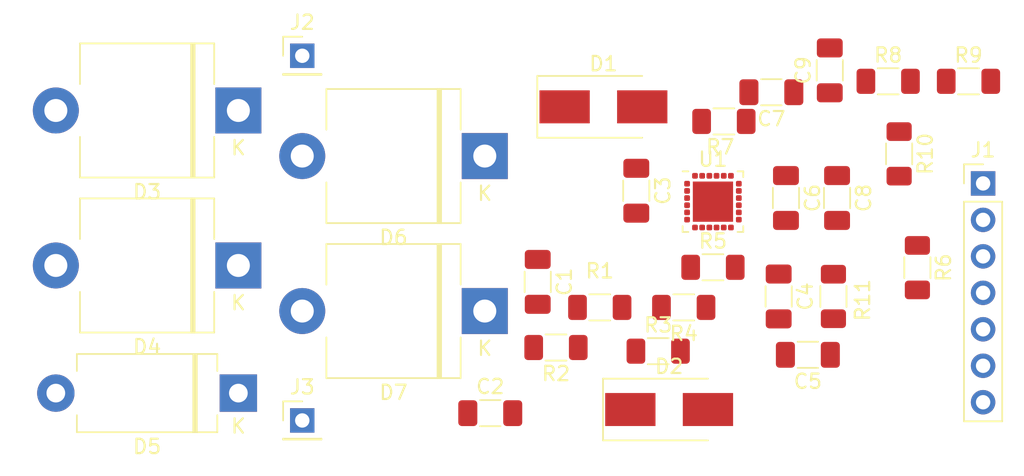
<source format=kicad_pcb>
(kicad_pcb (version 20171130) (host pcbnew "(5.1.10-1-10_14)")

  (general
    (thickness 1.6)
    (drawings 4)
    (tracks 0)
    (zones 0)
    (modules 31)
    (nets 29)
  )

  (page A4)
  (layers
    (0 F.Cu signal)
    (31 B.Cu signal)
    (32 B.Adhes user)
    (33 F.Adhes user)
    (34 B.Paste user)
    (35 F.Paste user)
    (36 B.SilkS user)
    (37 F.SilkS user)
    (38 B.Mask user)
    (39 F.Mask user)
    (40 Dwgs.User user)
    (41 Cmts.User user)
    (42 Eco1.User user)
    (43 Eco2.User user)
    (44 Edge.Cuts user)
    (45 Margin user)
    (46 B.CrtYd user)
    (47 F.CrtYd user)
    (48 B.Fab user)
    (49 F.Fab user)
  )

  (setup
    (last_trace_width 0.25)
    (trace_clearance 0.25)
    (zone_clearance 0.508)
    (zone_45_only no)
    (trace_min 0.2)
    (via_size 1.2)
    (via_drill 1)
    (via_min_size 0.4)
    (via_min_drill 0.3)
    (uvia_size 0.3)
    (uvia_drill 0.1)
    (uvias_allowed no)
    (uvia_min_size 0.2)
    (uvia_min_drill 0.1)
    (edge_width 0.05)
    (segment_width 0.2)
    (pcb_text_width 0.3)
    (pcb_text_size 1.5 1.5)
    (mod_edge_width 0.12)
    (mod_text_size 1 1)
    (mod_text_width 0.15)
    (pad_size 1.524 1.524)
    (pad_drill 0.762)
    (pad_to_mask_clearance 0)
    (aux_axis_origin 0 0)
    (visible_elements FFFFFF7F)
    (pcbplotparams
      (layerselection 0x010fc_ffffffff)
      (usegerberextensions false)
      (usegerberattributes true)
      (usegerberadvancedattributes true)
      (creategerberjobfile true)
      (excludeedgelayer true)
      (linewidth 0.100000)
      (plotframeref false)
      (viasonmask false)
      (mode 1)
      (useauxorigin false)
      (hpglpennumber 1)
      (hpglpenspeed 20)
      (hpglpendiameter 15.000000)
      (psnegative false)
      (psa4output false)
      (plotreference true)
      (plotvalue true)
      (plotinvisibletext false)
      (padsonsilk false)
      (subtractmaskfromsilk false)
      (outputformat 1)
      (mirror false)
      (drillshape 1)
      (scaleselection 1)
      (outputdirectory ""))
  )

  (net 0 "")
  (net 1 "Net-(C1-Pad2)")
  (net 2 P1)
  (net 3 "Net-(C2-Pad2)")
  (net 4 P2)
  (net 5 "Net-(C3-Pad2)")
  (net 6 "Net-(C3-Pad1)")
  (net 7 HPA)
  (net 8 CAPP)
  (net 9 "Net-(C5-Pad1)")
  (net 10 GND)
  (net 11 +12V)
  (net 12 +5V)
  (net 13 HN)
  (net 14 "Net-(D5-Pad1)")
  (net 15 DIN)
  (net 16 DOUT)
  (net 17 RST)
  (net 18 VLOGIC)
  (net 19 AIO)
  (net 20 BIO)
  (net 21 HP)
  (net 22 TERM)
  (net 23 "Net-(R7-Pad2)")
  (net 24 TVT)
  (net 25 TVL)
  (net 26 "Net-(U1-Pad24)")
  (net 27 "Net-(U1-Pad13)")
  (net 28 "Net-(U1-Pad6)")

  (net_class Default "This is the default net class."
    (clearance 0.25)
    (trace_width 0.25)
    (via_dia 1.2)
    (via_drill 1)
    (uvia_dia 0.3)
    (uvia_drill 0.1)
    (add_net +12V)
    (add_net +5V)
    (add_net AIO)
    (add_net BIO)
    (add_net CAPP)
    (add_net DIN)
    (add_net DOUT)
    (add_net GND)
    (add_net HN)
    (add_net HP)
    (add_net HPA)
    (add_net "Net-(C1-Pad2)")
    (add_net "Net-(C2-Pad2)")
    (add_net "Net-(C3-Pad1)")
    (add_net "Net-(C3-Pad2)")
    (add_net "Net-(C5-Pad1)")
    (add_net "Net-(D5-Pad1)")
    (add_net "Net-(R7-Pad2)")
    (add_net "Net-(U1-Pad13)")
    (add_net "Net-(U1-Pad24)")
    (add_net "Net-(U1-Pad6)")
    (add_net P1)
    (add_net P2)
    (add_net RST)
    (add_net TERM)
    (add_net TVL)
    (add_net TVT)
    (add_net VLOGIC)
  )

  (module Package_DFN_QFN:TQFN-24-1EP_4x4mm_P0.5mm_EP2.8x2.8mm_PullBack (layer F.Cu) (tedit 5E3A7C69) (tstamp 613557CC)
    (at 125.73 120.65)
    (descr "TQFN, 24 Pin (https://ams.com/documents/20143/36005/AS1115_DS000206_1-00.pdf), generated with kicad-footprint-generator ipc_noLead_generator.py")
    (tags "TQFN NoLead")
    (path /61357A32)
    (attr smd)
    (fp_text reference U1 (at 0 -2.95) (layer F.SilkS)
      (effects (font (size 1 1) (thickness 0.15)))
    )
    (fp_text value MAX22088 (at 0 2.95) (layer F.Fab)
      (effects (font (size 1 1) (thickness 0.15)))
    )
    (fp_line (start 2.25 -2.25) (end -2.25 -2.25) (layer F.CrtYd) (width 0.05))
    (fp_line (start 2.25 2.25) (end 2.25 -2.25) (layer F.CrtYd) (width 0.05))
    (fp_line (start -2.25 2.25) (end 2.25 2.25) (layer F.CrtYd) (width 0.05))
    (fp_line (start -2.25 -2.25) (end -2.25 2.25) (layer F.CrtYd) (width 0.05))
    (fp_line (start -2 -1) (end -1 -2) (layer F.Fab) (width 0.1))
    (fp_line (start -2 2) (end -2 -1) (layer F.Fab) (width 0.1))
    (fp_line (start 2 2) (end -2 2) (layer F.Fab) (width 0.1))
    (fp_line (start 2 -2) (end 2 2) (layer F.Fab) (width 0.1))
    (fp_line (start -1 -2) (end 2 -2) (layer F.Fab) (width 0.1))
    (fp_line (start -1.71 -2.11) (end -2.11 -2.11) (layer F.SilkS) (width 0.12))
    (fp_line (start 2.11 2.11) (end 2.11 1.71) (layer F.SilkS) (width 0.12))
    (fp_line (start 1.71 2.11) (end 2.11 2.11) (layer F.SilkS) (width 0.12))
    (fp_line (start -2.11 2.11) (end -2.11 1.71) (layer F.SilkS) (width 0.12))
    (fp_line (start -1.71 2.11) (end -2.11 2.11) (layer F.SilkS) (width 0.12))
    (fp_line (start 2.11 -2.11) (end 2.11 -1.71) (layer F.SilkS) (width 0.12))
    (fp_line (start 1.71 -2.11) (end 2.11 -2.11) (layer F.SilkS) (width 0.12))
    (fp_text user %R (at 0 0) (layer F.Fab)
      (effects (font (size 1 1) (thickness 0.15)))
    )
    (pad "" smd roundrect (at 0.7 0.7) (size 1.13 1.13) (layers F.Paste) (roundrect_rratio 0.221239))
    (pad "" smd roundrect (at 0.7 -0.7) (size 1.13 1.13) (layers F.Paste) (roundrect_rratio 0.221239))
    (pad "" smd roundrect (at -0.7 0.7) (size 1.13 1.13) (layers F.Paste) (roundrect_rratio 0.221239))
    (pad "" smd roundrect (at -0.7 -0.7) (size 1.13 1.13) (layers F.Paste) (roundrect_rratio 0.221239))
    (pad 25 smd rect (at 0 0) (size 2.8 2.8) (layers F.Cu F.Mask))
    (pad 24 smd roundrect (at -1.25 -1.8) (size 0.4 0.4) (layers F.Cu F.Paste F.Mask) (roundrect_rratio 0.25)
      (net 26 "Net-(U1-Pad24)"))
    (pad 23 smd roundrect (at -0.75 -1.8) (size 0.4 0.4) (layers F.Cu F.Paste F.Mask) (roundrect_rratio 0.25)
      (net 23 "Net-(R7-Pad2)"))
    (pad 22 smd roundrect (at -0.25 -1.8) (size 0.4 0.4) (layers F.Cu F.Paste F.Mask) (roundrect_rratio 0.25)
      (net 24 TVT))
    (pad 21 smd roundrect (at 0.25 -1.8) (size 0.4 0.4) (layers F.Cu F.Paste F.Mask) (roundrect_rratio 0.25)
      (net 25 TVL))
    (pad 20 smd roundrect (at 0.75 -1.8) (size 0.4 0.4) (layers F.Cu F.Paste F.Mask) (roundrect_rratio 0.25)
      (net 10 GND))
    (pad 19 smd roundrect (at 1.25 -1.8) (size 0.4 0.4) (layers F.Cu F.Paste F.Mask) (roundrect_rratio 0.25)
      (net 11 +12V))
    (pad 18 smd roundrect (at 1.8 -1.25) (size 0.4 0.4) (layers F.Cu F.Paste F.Mask) (roundrect_rratio 0.25)
      (net 11 +12V))
    (pad 17 smd roundrect (at 1.8 -0.75) (size 0.4 0.4) (layers F.Cu F.Paste F.Mask) (roundrect_rratio 0.25)
      (net 12 +5V))
    (pad 16 smd roundrect (at 1.8 -0.25) (size 0.4 0.4) (layers F.Cu F.Paste F.Mask) (roundrect_rratio 0.25)
      (net 10 GND))
    (pad 15 smd roundrect (at 1.8 0.25) (size 0.4 0.4) (layers F.Cu F.Paste F.Mask) (roundrect_rratio 0.25)
      (net 8 CAPP))
    (pad 14 smd roundrect (at 1.8 0.75) (size 0.4 0.4) (layers F.Cu F.Paste F.Mask) (roundrect_rratio 0.25)
      (net 7 HPA))
    (pad 13 smd roundrect (at 1.8 1.25) (size 0.4 0.4) (layers F.Cu F.Paste F.Mask) (roundrect_rratio 0.25)
      (net 27 "Net-(U1-Pad13)"))
    (pad 12 smd roundrect (at 1.25 1.8) (size 0.4 0.4) (layers F.Cu F.Paste F.Mask) (roundrect_rratio 0.25)
      (net 22 TERM))
    (pad 11 smd roundrect (at 0.75 1.8) (size 0.4 0.4) (layers F.Cu F.Paste F.Mask) (roundrect_rratio 0.25)
      (net 19 AIO))
    (pad 10 smd roundrect (at 0.25 1.8) (size 0.4 0.4) (layers F.Cu F.Paste F.Mask) (roundrect_rratio 0.25)
      (net 21 HP))
    (pad 9 smd roundrect (at -0.25 1.8) (size 0.4 0.4) (layers F.Cu F.Paste F.Mask) (roundrect_rratio 0.25)
      (net 10 GND))
    (pad 8 smd roundrect (at -0.75 1.8) (size 0.4 0.4) (layers F.Cu F.Paste F.Mask) (roundrect_rratio 0.25)
      (net 13 HN))
    (pad 7 smd roundrect (at -1.25 1.8) (size 0.4 0.4) (layers F.Cu F.Paste F.Mask) (roundrect_rratio 0.25)
      (net 20 BIO))
    (pad 6 smd roundrect (at -1.8 1.25) (size 0.4 0.4) (layers F.Cu F.Paste F.Mask) (roundrect_rratio 0.25)
      (net 28 "Net-(U1-Pad6)"))
    (pad 5 smd roundrect (at -1.8 0.75) (size 0.4 0.4) (layers F.Cu F.Paste F.Mask) (roundrect_rratio 0.25)
      (net 5 "Net-(C3-Pad2)"))
    (pad 4 smd roundrect (at -1.8 0.25) (size 0.4 0.4) (layers F.Cu F.Paste F.Mask) (roundrect_rratio 0.25)
      (net 6 "Net-(C3-Pad1)"))
    (pad 3 smd roundrect (at -1.8 -0.25) (size 0.4 0.4) (layers F.Cu F.Paste F.Mask) (roundrect_rratio 0.25)
      (net 17 RST))
    (pad 2 smd roundrect (at -1.8 -0.75) (size 0.4 0.4) (layers F.Cu F.Paste F.Mask) (roundrect_rratio 0.25)
      (net 15 DIN))
    (pad 1 smd roundrect (at -1.8 -1.25) (size 0.4 0.4) (layers F.Cu F.Paste F.Mask) (roundrect_rratio 0.25)
      (net 16 DOUT))
    (model ${KISYS3DMOD}/Package_DFN_QFN.3dshapes/TQFN-24-1EP_4x4mm_P0.5mm_EP2.8x2.8mm_PullBack.wrl
      (at (xyz 0 0 0))
      (scale (xyz 1 1 1))
      (rotate (xyz 0 0 0))
    )
  )

  (module Resistor_SMD:R_1206_3216Metric_Pad1.30x1.75mm_HandSolder (layer F.Cu) (tedit 5F68FEEE) (tstamp 6135579A)
    (at 134.112 127.254 90)
    (descr "Resistor SMD 1206 (3216 Metric), square (rectangular) end terminal, IPC_7351 nominal with elongated pad for handsoldering. (Body size source: IPC-SM-782 page 72, https://www.pcb-3d.com/wordpress/wp-content/uploads/ipc-sm-782a_amendment_1_and_2.pdf), generated with kicad-footprint-generator")
    (tags "resistor handsolder")
    (path /6139F8F9)
    (attr smd)
    (fp_text reference R11 (at -0.254 2.032 90) (layer F.SilkS)
      (effects (font (size 1 1) (thickness 0.15)))
    )
    (fp_text value 180k (at 0 1.82 90) (layer F.Fab)
      (effects (font (size 1 1) (thickness 0.15)))
    )
    (fp_line (start 2.45 1.12) (end -2.45 1.12) (layer F.CrtYd) (width 0.05))
    (fp_line (start 2.45 -1.12) (end 2.45 1.12) (layer F.CrtYd) (width 0.05))
    (fp_line (start -2.45 -1.12) (end 2.45 -1.12) (layer F.CrtYd) (width 0.05))
    (fp_line (start -2.45 1.12) (end -2.45 -1.12) (layer F.CrtYd) (width 0.05))
    (fp_line (start -0.727064 0.91) (end 0.727064 0.91) (layer F.SilkS) (width 0.12))
    (fp_line (start -0.727064 -0.91) (end 0.727064 -0.91) (layer F.SilkS) (width 0.12))
    (fp_line (start 1.6 0.8) (end -1.6 0.8) (layer F.Fab) (width 0.1))
    (fp_line (start 1.6 -0.8) (end 1.6 0.8) (layer F.Fab) (width 0.1))
    (fp_line (start -1.6 -0.8) (end 1.6 -0.8) (layer F.Fab) (width 0.1))
    (fp_line (start -1.6 0.8) (end -1.6 -0.8) (layer F.Fab) (width 0.1))
    (fp_text user %R (at 0 0 90) (layer F.Fab)
      (effects (font (size 0.8 0.8) (thickness 0.12)))
    )
    (pad 2 smd roundrect (at 1.55 0 90) (size 1.3 1.75) (layers F.Cu F.Paste F.Mask) (roundrect_rratio 0.192308)
      (net 8 CAPP))
    (pad 1 smd roundrect (at -1.55 0 90) (size 1.3 1.75) (layers F.Cu F.Paste F.Mask) (roundrect_rratio 0.192308)
      (net 9 "Net-(C5-Pad1)"))
    (model ${KISYS3DMOD}/Resistor_SMD.3dshapes/R_1206_3216Metric.wrl
      (at (xyz 0 0 0))
      (scale (xyz 1 1 1))
      (rotate (xyz 0 0 0))
    )
  )

  (module Resistor_SMD:R_1206_3216Metric_Pad1.30x1.75mm_HandSolder (layer F.Cu) (tedit 5F68FEEE) (tstamp 61355789)
    (at 138.684 117.322 270)
    (descr "Resistor SMD 1206 (3216 Metric), square (rectangular) end terminal, IPC_7351 nominal with elongated pad for handsoldering. (Body size source: IPC-SM-782 page 72, https://www.pcb-3d.com/wordpress/wp-content/uploads/ipc-sm-782a_amendment_1_and_2.pdf), generated with kicad-footprint-generator")
    (tags "resistor handsolder")
    (path /613A9AD4)
    (attr smd)
    (fp_text reference R10 (at 0 -1.82 90) (layer F.SilkS)
      (effects (font (size 1 1) (thickness 0.15)))
    )
    (fp_text value 168k (at 0 1.82 90) (layer F.Fab)
      (effects (font (size 1 1) (thickness 0.15)))
    )
    (fp_line (start 2.45 1.12) (end -2.45 1.12) (layer F.CrtYd) (width 0.05))
    (fp_line (start 2.45 -1.12) (end 2.45 1.12) (layer F.CrtYd) (width 0.05))
    (fp_line (start -2.45 -1.12) (end 2.45 -1.12) (layer F.CrtYd) (width 0.05))
    (fp_line (start -2.45 1.12) (end -2.45 -1.12) (layer F.CrtYd) (width 0.05))
    (fp_line (start -0.727064 0.91) (end 0.727064 0.91) (layer F.SilkS) (width 0.12))
    (fp_line (start -0.727064 -0.91) (end 0.727064 -0.91) (layer F.SilkS) (width 0.12))
    (fp_line (start 1.6 0.8) (end -1.6 0.8) (layer F.Fab) (width 0.1))
    (fp_line (start 1.6 -0.8) (end 1.6 0.8) (layer F.Fab) (width 0.1))
    (fp_line (start -1.6 -0.8) (end 1.6 -0.8) (layer F.Fab) (width 0.1))
    (fp_line (start -1.6 0.8) (end -1.6 -0.8) (layer F.Fab) (width 0.1))
    (fp_text user %R (at 0 0 90) (layer F.Fab)
      (effects (font (size 0.8 0.8) (thickness 0.12)))
    )
    (pad 2 smd roundrect (at 1.55 0 270) (size 1.3 1.75) (layers F.Cu F.Paste F.Mask) (roundrect_rratio 0.192308)
      (net 10 GND))
    (pad 1 smd roundrect (at -1.55 0 270) (size 1.3 1.75) (layers F.Cu F.Paste F.Mask) (roundrect_rratio 0.192308)
      (net 25 TVL))
    (model ${KISYS3DMOD}/Resistor_SMD.3dshapes/R_1206_3216Metric.wrl
      (at (xyz 0 0 0))
      (scale (xyz 1 1 1))
      (rotate (xyz 0 0 0))
    )
  )

  (module Resistor_SMD:R_1206_3216Metric_Pad1.30x1.75mm_HandSolder (layer F.Cu) (tedit 5F68FEEE) (tstamp 61355778)
    (at 143.51 112.268)
    (descr "Resistor SMD 1206 (3216 Metric), square (rectangular) end terminal, IPC_7351 nominal with elongated pad for handsoldering. (Body size source: IPC-SM-782 page 72, https://www.pcb-3d.com/wordpress/wp-content/uploads/ipc-sm-782a_amendment_1_and_2.pdf), generated with kicad-footprint-generator")
    (tags "resistor handsolder")
    (path /613A88EA)
    (attr smd)
    (fp_text reference R9 (at 0 -1.82) (layer F.SilkS)
      (effects (font (size 1 1) (thickness 0.15)))
    )
    (fp_text value 220k (at 0 1.82) (layer F.Fab)
      (effects (font (size 1 1) (thickness 0.15)))
    )
    (fp_line (start 2.45 1.12) (end -2.45 1.12) (layer F.CrtYd) (width 0.05))
    (fp_line (start 2.45 -1.12) (end 2.45 1.12) (layer F.CrtYd) (width 0.05))
    (fp_line (start -2.45 -1.12) (end 2.45 -1.12) (layer F.CrtYd) (width 0.05))
    (fp_line (start -2.45 1.12) (end -2.45 -1.12) (layer F.CrtYd) (width 0.05))
    (fp_line (start -0.727064 0.91) (end 0.727064 0.91) (layer F.SilkS) (width 0.12))
    (fp_line (start -0.727064 -0.91) (end 0.727064 -0.91) (layer F.SilkS) (width 0.12))
    (fp_line (start 1.6 0.8) (end -1.6 0.8) (layer F.Fab) (width 0.1))
    (fp_line (start 1.6 -0.8) (end 1.6 0.8) (layer F.Fab) (width 0.1))
    (fp_line (start -1.6 -0.8) (end 1.6 -0.8) (layer F.Fab) (width 0.1))
    (fp_line (start -1.6 0.8) (end -1.6 -0.8) (layer F.Fab) (width 0.1))
    (fp_text user %R (at 0 0) (layer F.Fab)
      (effects (font (size 0.8 0.8) (thickness 0.12)))
    )
    (pad 2 smd roundrect (at 1.55 0) (size 1.3 1.75) (layers F.Cu F.Paste F.Mask) (roundrect_rratio 0.192308)
      (net 25 TVL))
    (pad 1 smd roundrect (at -1.55 0) (size 1.3 1.75) (layers F.Cu F.Paste F.Mask) (roundrect_rratio 0.192308)
      (net 24 TVT))
    (model ${KISYS3DMOD}/Resistor_SMD.3dshapes/R_1206_3216Metric.wrl
      (at (xyz 0 0 0))
      (scale (xyz 1 1 1))
      (rotate (xyz 0 0 0))
    )
  )

  (module Resistor_SMD:R_1206_3216Metric_Pad1.30x1.75mm_HandSolder (layer F.Cu) (tedit 5F68FEEE) (tstamp 61355767)
    (at 137.922 112.268)
    (descr "Resistor SMD 1206 (3216 Metric), square (rectangular) end terminal, IPC_7351 nominal with elongated pad for handsoldering. (Body size source: IPC-SM-782 page 72, https://www.pcb-3d.com/wordpress/wp-content/uploads/ipc-sm-782a_amendment_1_and_2.pdf), generated with kicad-footprint-generator")
    (tags "resistor handsolder")
    (path /613A74D0)
    (attr smd)
    (fp_text reference R8 (at 0 -1.82) (layer F.SilkS)
      (effects (font (size 1 1) (thickness 0.15)))
    )
    (fp_text value 1M (at 0 1.82) (layer F.Fab)
      (effects (font (size 1 1) (thickness 0.15)))
    )
    (fp_line (start 2.45 1.12) (end -2.45 1.12) (layer F.CrtYd) (width 0.05))
    (fp_line (start 2.45 -1.12) (end 2.45 1.12) (layer F.CrtYd) (width 0.05))
    (fp_line (start -2.45 -1.12) (end 2.45 -1.12) (layer F.CrtYd) (width 0.05))
    (fp_line (start -2.45 1.12) (end -2.45 -1.12) (layer F.CrtYd) (width 0.05))
    (fp_line (start -0.727064 0.91) (end 0.727064 0.91) (layer F.SilkS) (width 0.12))
    (fp_line (start -0.727064 -0.91) (end 0.727064 -0.91) (layer F.SilkS) (width 0.12))
    (fp_line (start 1.6 0.8) (end -1.6 0.8) (layer F.Fab) (width 0.1))
    (fp_line (start 1.6 -0.8) (end 1.6 0.8) (layer F.Fab) (width 0.1))
    (fp_line (start -1.6 -0.8) (end 1.6 -0.8) (layer F.Fab) (width 0.1))
    (fp_line (start -1.6 0.8) (end -1.6 -0.8) (layer F.Fab) (width 0.1))
    (fp_text user %R (at 0 0) (layer F.Fab)
      (effects (font (size 0.8 0.8) (thickness 0.12)))
    )
    (pad 2 smd roundrect (at 1.55 0) (size 1.3 1.75) (layers F.Cu F.Paste F.Mask) (roundrect_rratio 0.192308)
      (net 24 TVT))
    (pad 1 smd roundrect (at -1.55 0) (size 1.3 1.75) (layers F.Cu F.Paste F.Mask) (roundrect_rratio 0.192308)
      (net 12 +5V))
    (model ${KISYS3DMOD}/Resistor_SMD.3dshapes/R_1206_3216Metric.wrl
      (at (xyz 0 0 0))
      (scale (xyz 1 1 1))
      (rotate (xyz 0 0 0))
    )
  )

  (module Resistor_SMD:R_1206_3216Metric_Pad1.30x1.75mm_HandSolder (layer F.Cu) (tedit 5F68FEEE) (tstamp 61355756)
    (at 126.492 115.062 180)
    (descr "Resistor SMD 1206 (3216 Metric), square (rectangular) end terminal, IPC_7351 nominal with elongated pad for handsoldering. (Body size source: IPC-SM-782 page 72, https://www.pcb-3d.com/wordpress/wp-content/uploads/ipc-sm-782a_amendment_1_and_2.pdf), generated with kicad-footprint-generator")
    (tags "resistor handsolder")
    (path /613A3B09)
    (attr smd)
    (fp_text reference R7 (at 0.254 -1.778) (layer F.SilkS)
      (effects (font (size 1 1) (thickness 0.15)))
    )
    (fp_text value 62k (at 0 1.82) (layer F.Fab)
      (effects (font (size 1 1) (thickness 0.15)))
    )
    (fp_line (start 2.45 1.12) (end -2.45 1.12) (layer F.CrtYd) (width 0.05))
    (fp_line (start 2.45 -1.12) (end 2.45 1.12) (layer F.CrtYd) (width 0.05))
    (fp_line (start -2.45 -1.12) (end 2.45 -1.12) (layer F.CrtYd) (width 0.05))
    (fp_line (start -2.45 1.12) (end -2.45 -1.12) (layer F.CrtYd) (width 0.05))
    (fp_line (start -0.727064 0.91) (end 0.727064 0.91) (layer F.SilkS) (width 0.12))
    (fp_line (start -0.727064 -0.91) (end 0.727064 -0.91) (layer F.SilkS) (width 0.12))
    (fp_line (start 1.6 0.8) (end -1.6 0.8) (layer F.Fab) (width 0.1))
    (fp_line (start 1.6 -0.8) (end 1.6 0.8) (layer F.Fab) (width 0.1))
    (fp_line (start -1.6 -0.8) (end 1.6 -0.8) (layer F.Fab) (width 0.1))
    (fp_line (start -1.6 0.8) (end -1.6 -0.8) (layer F.Fab) (width 0.1))
    (fp_text user %R (at 0 0) (layer F.Fab)
      (effects (font (size 0.8 0.8) (thickness 0.12)))
    )
    (pad 2 smd roundrect (at 1.55 0 180) (size 1.3 1.75) (layers F.Cu F.Paste F.Mask) (roundrect_rratio 0.192308)
      (net 23 "Net-(R7-Pad2)"))
    (pad 1 smd roundrect (at -1.55 0 180) (size 1.3 1.75) (layers F.Cu F.Paste F.Mask) (roundrect_rratio 0.192308)
      (net 10 GND))
    (model ${KISYS3DMOD}/Resistor_SMD.3dshapes/R_1206_3216Metric.wrl
      (at (xyz 0 0 0))
      (scale (xyz 1 1 1))
      (rotate (xyz 0 0 0))
    )
  )

  (module Resistor_SMD:R_1206_3216Metric_Pad1.30x1.75mm_HandSolder (layer F.Cu) (tedit 5F68FEEE) (tstamp 61355745)
    (at 139.954 125.248 270)
    (descr "Resistor SMD 1206 (3216 Metric), square (rectangular) end terminal, IPC_7351 nominal with elongated pad for handsoldering. (Body size source: IPC-SM-782 page 72, https://www.pcb-3d.com/wordpress/wp-content/uploads/ipc-sm-782a_amendment_1_and_2.pdf), generated with kicad-footprint-generator")
    (tags "resistor handsolder")
    (path /613AF9E9)
    (attr smd)
    (fp_text reference R6 (at 0 -1.82 90) (layer F.SilkS)
      (effects (font (size 1 1) (thickness 0.15)))
    )
    (fp_text value 4.7k (at 0 1.82 90) (layer F.Fab)
      (effects (font (size 1 1) (thickness 0.15)))
    )
    (fp_line (start 2.45 1.12) (end -2.45 1.12) (layer F.CrtYd) (width 0.05))
    (fp_line (start 2.45 -1.12) (end 2.45 1.12) (layer F.CrtYd) (width 0.05))
    (fp_line (start -2.45 -1.12) (end 2.45 -1.12) (layer F.CrtYd) (width 0.05))
    (fp_line (start -2.45 1.12) (end -2.45 -1.12) (layer F.CrtYd) (width 0.05))
    (fp_line (start -0.727064 0.91) (end 0.727064 0.91) (layer F.SilkS) (width 0.12))
    (fp_line (start -0.727064 -0.91) (end 0.727064 -0.91) (layer F.SilkS) (width 0.12))
    (fp_line (start 1.6 0.8) (end -1.6 0.8) (layer F.Fab) (width 0.1))
    (fp_line (start 1.6 -0.8) (end 1.6 0.8) (layer F.Fab) (width 0.1))
    (fp_line (start -1.6 -0.8) (end 1.6 -0.8) (layer F.Fab) (width 0.1))
    (fp_line (start -1.6 0.8) (end -1.6 -0.8) (layer F.Fab) (width 0.1))
    (fp_text user %R (at 0 0 90) (layer F.Fab)
      (effects (font (size 0.8 0.8) (thickness 0.12)))
    )
    (pad 2 smd roundrect (at 1.55 0 270) (size 1.3 1.75) (layers F.Cu F.Paste F.Mask) (roundrect_rratio 0.192308)
      (net 16 DOUT))
    (pad 1 smd roundrect (at -1.55 0 270) (size 1.3 1.75) (layers F.Cu F.Paste F.Mask) (roundrect_rratio 0.192308)
      (net 18 VLOGIC))
    (model ${KISYS3DMOD}/Resistor_SMD.3dshapes/R_1206_3216Metric.wrl
      (at (xyz 0 0 0))
      (scale (xyz 1 1 1))
      (rotate (xyz 0 0 0))
    )
  )

  (module Resistor_SMD:R_1206_3216Metric_Pad1.30x1.75mm_HandSolder (layer F.Cu) (tedit 5F68FEEE) (tstamp 61355734)
    (at 125.73 125.222)
    (descr "Resistor SMD 1206 (3216 Metric), square (rectangular) end terminal, IPC_7351 nominal with elongated pad for handsoldering. (Body size source: IPC-SM-782 page 72, https://www.pcb-3d.com/wordpress/wp-content/uploads/ipc-sm-782a_amendment_1_and_2.pdf), generated with kicad-footprint-generator")
    (tags "resistor handsolder")
    (path /61378560)
    (attr smd)
    (fp_text reference R5 (at 0 -1.82) (layer F.SilkS)
      (effects (font (size 1 1) (thickness 0.15)))
    )
    (fp_text value 100 (at 0 1.82) (layer F.Fab)
      (effects (font (size 1 1) (thickness 0.15)))
    )
    (fp_line (start 2.45 1.12) (end -2.45 1.12) (layer F.CrtYd) (width 0.05))
    (fp_line (start 2.45 -1.12) (end 2.45 1.12) (layer F.CrtYd) (width 0.05))
    (fp_line (start -2.45 -1.12) (end 2.45 -1.12) (layer F.CrtYd) (width 0.05))
    (fp_line (start -2.45 1.12) (end -2.45 -1.12) (layer F.CrtYd) (width 0.05))
    (fp_line (start -0.727064 0.91) (end 0.727064 0.91) (layer F.SilkS) (width 0.12))
    (fp_line (start -0.727064 -0.91) (end 0.727064 -0.91) (layer F.SilkS) (width 0.12))
    (fp_line (start 1.6 0.8) (end -1.6 0.8) (layer F.Fab) (width 0.1))
    (fp_line (start 1.6 -0.8) (end 1.6 0.8) (layer F.Fab) (width 0.1))
    (fp_line (start -1.6 -0.8) (end 1.6 -0.8) (layer F.Fab) (width 0.1))
    (fp_line (start -1.6 0.8) (end -1.6 -0.8) (layer F.Fab) (width 0.1))
    (fp_text user er (at 0 0 90) (layer B.Fab)
      (effects (font (size 0.8 0.8) (thickness 0.12)) (justify mirror))
    )
    (pad 2 smd roundrect (at 1.55 0) (size 1.3 1.75) (layers F.Cu F.Paste F.Mask) (roundrect_rratio 0.192308)
      (net 22 TERM))
    (pad 1 smd roundrect (at -1.55 0) (size 1.3 1.75) (layers F.Cu F.Paste F.Mask) (roundrect_rratio 0.192308)
      (net 20 BIO))
    (model ${KISYS3DMOD}/Resistor_SMD.3dshapes/R_1206_3216Metric.wrl
      (at (xyz 0 0 0))
      (scale (xyz 1 1 1))
      (rotate (xyz 0 0 0))
    )
  )

  (module Resistor_SMD:R_1206_3216Metric_Pad1.30x1.75mm_HandSolder (layer F.Cu) (tedit 5F68FEEE) (tstamp 61355723)
    (at 123.698 128.016 180)
    (descr "Resistor SMD 1206 (3216 Metric), square (rectangular) end terminal, IPC_7351 nominal with elongated pad for handsoldering. (Body size source: IPC-SM-782 page 72, https://www.pcb-3d.com/wordpress/wp-content/uploads/ipc-sm-782a_amendment_1_and_2.pdf), generated with kicad-footprint-generator")
    (tags "resistor handsolder")
    (path /6137A03B)
    (attr smd)
    (fp_text reference R4 (at 0 -1.82) (layer F.SilkS)
      (effects (font (size 1 1) (thickness 0.15)))
    )
    (fp_text value 100 (at 0 1.82) (layer F.Fab)
      (effects (font (size 1 1) (thickness 0.15)))
    )
    (fp_line (start 2.45 1.12) (end -2.45 1.12) (layer F.CrtYd) (width 0.05))
    (fp_line (start 2.45 -1.12) (end 2.45 1.12) (layer F.CrtYd) (width 0.05))
    (fp_line (start -2.45 -1.12) (end 2.45 -1.12) (layer F.CrtYd) (width 0.05))
    (fp_line (start -2.45 1.12) (end -2.45 -1.12) (layer F.CrtYd) (width 0.05))
    (fp_line (start -0.727064 0.91) (end 0.727064 0.91) (layer F.SilkS) (width 0.12))
    (fp_line (start -0.727064 -0.91) (end 0.727064 -0.91) (layer F.SilkS) (width 0.12))
    (fp_line (start 1.6 0.8) (end -1.6 0.8) (layer F.Fab) (width 0.1))
    (fp_line (start 1.6 -0.8) (end 1.6 0.8) (layer F.Fab) (width 0.1))
    (fp_line (start -1.6 -0.8) (end 1.6 -0.8) (layer F.Fab) (width 0.1))
    (fp_line (start -1.6 0.8) (end -1.6 -0.8) (layer F.Fab) (width 0.1))
    (fp_text user %R (at 0 0) (layer F.Fab)
      (effects (font (size 0.8 0.8) (thickness 0.12)))
    )
    (pad 2 smd roundrect (at 1.55 0 180) (size 1.3 1.75) (layers F.Cu F.Paste F.Mask) (roundrect_rratio 0.192308)
      (net 20 BIO))
    (pad 1 smd roundrect (at -1.55 0 180) (size 1.3 1.75) (layers F.Cu F.Paste F.Mask) (roundrect_rratio 0.192308)
      (net 19 AIO))
    (model ${KISYS3DMOD}/Resistor_SMD.3dshapes/R_1206_3216Metric.wrl
      (at (xyz 0 0 0))
      (scale (xyz 1 1 1))
      (rotate (xyz 0 0 0))
    )
  )

  (module Resistor_SMD:R_1206_3216Metric_Pad1.30x1.75mm_HandSolder (layer F.Cu) (tedit 5F68FEEE) (tstamp 61355712)
    (at 121.92 131.064)
    (descr "Resistor SMD 1206 (3216 Metric), square (rectangular) end terminal, IPC_7351 nominal with elongated pad for handsoldering. (Body size source: IPC-SM-782 page 72, https://www.pcb-3d.com/wordpress/wp-content/uploads/ipc-sm-782a_amendment_1_and_2.pdf), generated with kicad-footprint-generator")
    (tags "resistor handsolder")
    (path /613771DC)
    (attr smd)
    (fp_text reference R3 (at 0 -1.82) (layer F.SilkS)
      (effects (font (size 1 1) (thickness 0.15)))
    )
    (fp_text value 1 (at 0 1.82) (layer F.Fab)
      (effects (font (size 1 1) (thickness 0.15)))
    )
    (fp_line (start 2.45 1.12) (end -2.45 1.12) (layer F.CrtYd) (width 0.05))
    (fp_line (start 2.45 -1.12) (end 2.45 1.12) (layer F.CrtYd) (width 0.05))
    (fp_line (start -2.45 -1.12) (end 2.45 -1.12) (layer F.CrtYd) (width 0.05))
    (fp_line (start -2.45 1.12) (end -2.45 -1.12) (layer F.CrtYd) (width 0.05))
    (fp_line (start -0.727064 0.91) (end 0.727064 0.91) (layer F.SilkS) (width 0.12))
    (fp_line (start -0.727064 -0.91) (end 0.727064 -0.91) (layer F.SilkS) (width 0.12))
    (fp_line (start 1.6 0.8) (end -1.6 0.8) (layer F.Fab) (width 0.1))
    (fp_line (start 1.6 -0.8) (end 1.6 0.8) (layer F.Fab) (width 0.1))
    (fp_line (start -1.6 -0.8) (end 1.6 -0.8) (layer F.Fab) (width 0.1))
    (fp_line (start -1.6 0.8) (end -1.6 -0.8) (layer F.Fab) (width 0.1))
    (fp_text user %R (at 0 0) (layer F.Fab)
      (effects (font (size 0.8 0.8) (thickness 0.12)))
    )
    (pad 2 smd roundrect (at 1.55 0) (size 1.3 1.75) (layers F.Cu F.Paste F.Mask) (roundrect_rratio 0.192308)
      (net 21 HP))
    (pad 1 smd roundrect (at -1.55 0) (size 1.3 1.75) (layers F.Cu F.Paste F.Mask) (roundrect_rratio 0.192308)
      (net 14 "Net-(D5-Pad1)"))
    (model ${KISYS3DMOD}/Resistor_SMD.3dshapes/R_1206_3216Metric.wrl
      (at (xyz 0 0 0))
      (scale (xyz 1 1 1))
      (rotate (xyz 0 0 0))
    )
  )

  (module Resistor_SMD:R_1206_3216Metric_Pad1.30x1.75mm_HandSolder (layer F.Cu) (tedit 5F68FEEE) (tstamp 61355701)
    (at 114.808 130.81 180)
    (descr "Resistor SMD 1206 (3216 Metric), square (rectangular) end terminal, IPC_7351 nominal with elongated pad for handsoldering. (Body size source: IPC-SM-782 page 72, https://www.pcb-3d.com/wordpress/wp-content/uploads/ipc-sm-782a_amendment_1_and_2.pdf), generated with kicad-footprint-generator")
    (tags "resistor handsolder")
    (path /61383475)
    (attr smd)
    (fp_text reference R2 (at 0 -1.82) (layer F.SilkS)
      (effects (font (size 1 1) (thickness 0.15)))
    )
    (fp_text value 4.7 (at 0 1.82) (layer F.Fab)
      (effects (font (size 1 1) (thickness 0.15)))
    )
    (fp_line (start 2.45 1.12) (end -2.45 1.12) (layer F.CrtYd) (width 0.05))
    (fp_line (start 2.45 -1.12) (end 2.45 1.12) (layer F.CrtYd) (width 0.05))
    (fp_line (start -2.45 -1.12) (end 2.45 -1.12) (layer F.CrtYd) (width 0.05))
    (fp_line (start -2.45 1.12) (end -2.45 -1.12) (layer F.CrtYd) (width 0.05))
    (fp_line (start -0.727064 0.91) (end 0.727064 0.91) (layer F.SilkS) (width 0.12))
    (fp_line (start -0.727064 -0.91) (end 0.727064 -0.91) (layer F.SilkS) (width 0.12))
    (fp_line (start 1.6 0.8) (end -1.6 0.8) (layer F.Fab) (width 0.1))
    (fp_line (start 1.6 -0.8) (end 1.6 0.8) (layer F.Fab) (width 0.1))
    (fp_line (start -1.6 -0.8) (end 1.6 -0.8) (layer F.Fab) (width 0.1))
    (fp_line (start -1.6 0.8) (end -1.6 -0.8) (layer F.Fab) (width 0.1))
    (fp_text user %R (at 0 0) (layer F.Fab)
      (effects (font (size 0.8 0.8) (thickness 0.12)))
    )
    (pad 2 smd roundrect (at 1.55 0 180) (size 1.3 1.75) (layers F.Cu F.Paste F.Mask) (roundrect_rratio 0.192308)
      (net 3 "Net-(C2-Pad2)"))
    (pad 1 smd roundrect (at -1.55 0 180) (size 1.3 1.75) (layers F.Cu F.Paste F.Mask) (roundrect_rratio 0.192308)
      (net 20 BIO))
    (model ${KISYS3DMOD}/Resistor_SMD.3dshapes/R_1206_3216Metric.wrl
      (at (xyz 0 0 0))
      (scale (xyz 1 1 1))
      (rotate (xyz 0 0 0))
    )
  )

  (module Resistor_SMD:R_1206_3216Metric_Pad1.30x1.75mm_HandSolder (layer F.Cu) (tedit 5F68FEEE) (tstamp 613556F0)
    (at 117.856 128.016 180)
    (descr "Resistor SMD 1206 (3216 Metric), square (rectangular) end terminal, IPC_7351 nominal with elongated pad for handsoldering. (Body size source: IPC-SM-782 page 72, https://www.pcb-3d.com/wordpress/wp-content/uploads/ipc-sm-782a_amendment_1_and_2.pdf), generated with kicad-footprint-generator")
    (tags "resistor handsolder")
    (path /61381E7D)
    (attr smd)
    (fp_text reference R1 (at 0 2.54) (layer F.SilkS)
      (effects (font (size 1 1) (thickness 0.15)))
    )
    (fp_text value 4.7 (at 0 1.82) (layer F.Fab)
      (effects (font (size 1 1) (thickness 0.15)))
    )
    (fp_line (start 2.45 1.12) (end -2.45 1.12) (layer F.CrtYd) (width 0.05))
    (fp_line (start 2.45 -1.12) (end 2.45 1.12) (layer F.CrtYd) (width 0.05))
    (fp_line (start -2.45 -1.12) (end 2.45 -1.12) (layer F.CrtYd) (width 0.05))
    (fp_line (start -2.45 1.12) (end -2.45 -1.12) (layer F.CrtYd) (width 0.05))
    (fp_line (start -0.727064 0.91) (end 0.727064 0.91) (layer F.SilkS) (width 0.12))
    (fp_line (start -0.727064 -0.91) (end 0.727064 -0.91) (layer F.SilkS) (width 0.12))
    (fp_line (start 1.6 0.8) (end -1.6 0.8) (layer F.Fab) (width 0.1))
    (fp_line (start 1.6 -0.8) (end 1.6 0.8) (layer F.Fab) (width 0.1))
    (fp_line (start -1.6 -0.8) (end 1.6 -0.8) (layer F.Fab) (width 0.1))
    (fp_line (start -1.6 0.8) (end -1.6 -0.8) (layer F.Fab) (width 0.1))
    (fp_text user %R (at 0 0) (layer F.Fab)
      (effects (font (size 0.8 0.8) (thickness 0.12)))
    )
    (pad 2 smd roundrect (at 1.55 0 180) (size 1.3 1.75) (layers F.Cu F.Paste F.Mask) (roundrect_rratio 0.192308)
      (net 1 "Net-(C1-Pad2)"))
    (pad 1 smd roundrect (at -1.55 0 180) (size 1.3 1.75) (layers F.Cu F.Paste F.Mask) (roundrect_rratio 0.192308)
      (net 19 AIO))
    (model ${KISYS3DMOD}/Resistor_SMD.3dshapes/R_1206_3216Metric.wrl
      (at (xyz 0 0 0))
      (scale (xyz 1 1 1))
      (rotate (xyz 0 0 0))
    )
  )

  (module Connector_PinHeader_2.54mm:PinHeader_1x01_P2.54mm_Vertical (layer F.Cu) (tedit 59FED5CC) (tstamp 613556DF)
    (at 97.155 135.89)
    (descr "Through hole straight pin header, 1x01, 2.54mm pitch, single row")
    (tags "Through hole pin header THT 1x01 2.54mm single row")
    (path /61366F66)
    (fp_text reference J3 (at 0 -2.33) (layer F.SilkS)
      (effects (font (size 1 1) (thickness 0.15)))
    )
    (fp_text value Conn_01x01_Male (at 0 2.33) (layer F.Fab)
      (effects (font (size 1 1) (thickness 0.15)))
    )
    (fp_line (start 1.8 -1.8) (end -1.8 -1.8) (layer F.CrtYd) (width 0.05))
    (fp_line (start 1.8 1.8) (end 1.8 -1.8) (layer F.CrtYd) (width 0.05))
    (fp_line (start -1.8 1.8) (end 1.8 1.8) (layer F.CrtYd) (width 0.05))
    (fp_line (start -1.8 -1.8) (end -1.8 1.8) (layer F.CrtYd) (width 0.05))
    (fp_line (start -1.33 -1.33) (end 0 -1.33) (layer F.SilkS) (width 0.12))
    (fp_line (start -1.33 0) (end -1.33 -1.33) (layer F.SilkS) (width 0.12))
    (fp_line (start -1.33 1.27) (end 1.33 1.27) (layer F.SilkS) (width 0.12))
    (fp_line (start 1.33 1.27) (end 1.33 1.33) (layer F.SilkS) (width 0.12))
    (fp_line (start -1.33 1.27) (end -1.33 1.33) (layer F.SilkS) (width 0.12))
    (fp_line (start -1.33 1.33) (end 1.33 1.33) (layer F.SilkS) (width 0.12))
    (fp_line (start -1.27 -0.635) (end -0.635 -1.27) (layer F.Fab) (width 0.1))
    (fp_line (start -1.27 1.27) (end -1.27 -0.635) (layer F.Fab) (width 0.1))
    (fp_line (start 1.27 1.27) (end -1.27 1.27) (layer F.Fab) (width 0.1))
    (fp_line (start 1.27 -1.27) (end 1.27 1.27) (layer F.Fab) (width 0.1))
    (fp_line (start -0.635 -1.27) (end 1.27 -1.27) (layer F.Fab) (width 0.1))
    (fp_text user %R (at 0 0 90) (layer F.Fab)
      (effects (font (size 1 1) (thickness 0.15)))
    )
    (pad 1 thru_hole rect (at 0 0) (size 1.7 1.7) (drill 1) (layers *.Cu *.Mask)
      (net 4 P2))
    (model ${KISYS3DMOD}/Connector_PinHeader_2.54mm.3dshapes/PinHeader_1x01_P2.54mm_Vertical.wrl
      (at (xyz 0 0 0))
      (scale (xyz 1 1 1))
      (rotate (xyz 0 0 0))
    )
  )

  (module Connector_PinHeader_2.54mm:PinHeader_1x01_P2.54mm_Vertical (layer F.Cu) (tedit 59FED5CC) (tstamp 613556CA)
    (at 97.155 110.49)
    (descr "Through hole straight pin header, 1x01, 2.54mm pitch, single row")
    (tags "Through hole pin header THT 1x01 2.54mm single row")
    (path /61364FB1)
    (fp_text reference J2 (at 0 -2.33) (layer F.SilkS)
      (effects (font (size 1 1) (thickness 0.15)))
    )
    (fp_text value Conn_01x01_Male (at 0 2.33) (layer F.Fab)
      (effects (font (size 1 1) (thickness 0.15)))
    )
    (fp_line (start 1.8 -1.8) (end -1.8 -1.8) (layer F.CrtYd) (width 0.05))
    (fp_line (start 1.8 1.8) (end 1.8 -1.8) (layer F.CrtYd) (width 0.05))
    (fp_line (start -1.8 1.8) (end 1.8 1.8) (layer F.CrtYd) (width 0.05))
    (fp_line (start -1.8 -1.8) (end -1.8 1.8) (layer F.CrtYd) (width 0.05))
    (fp_line (start -1.33 -1.33) (end 0 -1.33) (layer F.SilkS) (width 0.12))
    (fp_line (start -1.33 0) (end -1.33 -1.33) (layer F.SilkS) (width 0.12))
    (fp_line (start -1.33 1.27) (end 1.33 1.27) (layer F.SilkS) (width 0.12))
    (fp_line (start 1.33 1.27) (end 1.33 1.33) (layer F.SilkS) (width 0.12))
    (fp_line (start -1.33 1.27) (end -1.33 1.33) (layer F.SilkS) (width 0.12))
    (fp_line (start -1.33 1.33) (end 1.33 1.33) (layer F.SilkS) (width 0.12))
    (fp_line (start -1.27 -0.635) (end -0.635 -1.27) (layer F.Fab) (width 0.1))
    (fp_line (start -1.27 1.27) (end -1.27 -0.635) (layer F.Fab) (width 0.1))
    (fp_line (start 1.27 1.27) (end -1.27 1.27) (layer F.Fab) (width 0.1))
    (fp_line (start 1.27 -1.27) (end 1.27 1.27) (layer F.Fab) (width 0.1))
    (fp_line (start -0.635 -1.27) (end 1.27 -1.27) (layer F.Fab) (width 0.1))
    (fp_text user %R (at 0 0 90) (layer F.Fab)
      (effects (font (size 1 1) (thickness 0.15)))
    )
    (pad 1 thru_hole rect (at 0 0) (size 1.7 1.7) (drill 1) (layers *.Cu *.Mask)
      (net 2 P1))
    (model ${KISYS3DMOD}/Connector_PinHeader_2.54mm.3dshapes/PinHeader_1x01_P2.54mm_Vertical.wrl
      (at (xyz 0 0 0))
      (scale (xyz 1 1 1))
      (rotate (xyz 0 0 0))
    )
  )

  (module Connector_PinHeader_2.54mm:PinHeader_1x07_P2.54mm_Vertical (layer F.Cu) (tedit 59FED5CC) (tstamp 613556B5)
    (at 144.526 119.38)
    (descr "Through hole straight pin header, 1x07, 2.54mm pitch, single row")
    (tags "Through hole pin header THT 1x07 2.54mm single row")
    (path /6135CD01)
    (fp_text reference J1 (at 0 -2.33) (layer F.SilkS)
      (effects (font (size 1 1) (thickness 0.15)))
    )
    (fp_text value Conn_01x07_Male (at -4.064 18.542) (layer F.Fab)
      (effects (font (size 1 1) (thickness 0.15)))
    )
    (fp_line (start 1.8 -1.8) (end -1.8 -1.8) (layer F.CrtYd) (width 0.05))
    (fp_line (start 1.8 17.05) (end 1.8 -1.8) (layer F.CrtYd) (width 0.05))
    (fp_line (start -1.8 17.05) (end 1.8 17.05) (layer F.CrtYd) (width 0.05))
    (fp_line (start -1.8 -1.8) (end -1.8 17.05) (layer F.CrtYd) (width 0.05))
    (fp_line (start -1.33 -1.33) (end 0 -1.33) (layer F.SilkS) (width 0.12))
    (fp_line (start -1.33 0) (end -1.33 -1.33) (layer F.SilkS) (width 0.12))
    (fp_line (start -1.33 1.27) (end 1.33 1.27) (layer F.SilkS) (width 0.12))
    (fp_line (start 1.33 1.27) (end 1.33 16.57) (layer F.SilkS) (width 0.12))
    (fp_line (start -1.33 1.27) (end -1.33 16.57) (layer F.SilkS) (width 0.12))
    (fp_line (start -1.33 16.57) (end 1.33 16.57) (layer F.SilkS) (width 0.12))
    (fp_line (start -1.27 -0.635) (end -0.635 -1.27) (layer F.Fab) (width 0.1))
    (fp_line (start -1.27 16.51) (end -1.27 -0.635) (layer F.Fab) (width 0.1))
    (fp_line (start 1.27 16.51) (end -1.27 16.51) (layer F.Fab) (width 0.1))
    (fp_line (start 1.27 -1.27) (end 1.27 16.51) (layer F.Fab) (width 0.1))
    (fp_line (start -0.635 -1.27) (end 1.27 -1.27) (layer F.Fab) (width 0.1))
    (fp_text user %R (at 0 7.62 90) (layer F.Fab)
      (effects (font (size 1 1) (thickness 0.15)))
    )
    (pad 7 thru_hole oval (at 0 15.24) (size 1.7 1.7) (drill 1) (layers *.Cu *.Mask)
      (net 15 DIN))
    (pad 6 thru_hole oval (at 0 12.7) (size 1.7 1.7) (drill 1) (layers *.Cu *.Mask)
      (net 16 DOUT))
    (pad 5 thru_hole oval (at 0 10.16) (size 1.7 1.7) (drill 1) (layers *.Cu *.Mask)
      (net 10 GND))
    (pad 4 thru_hole oval (at 0 7.62) (size 1.7 1.7) (drill 1) (layers *.Cu *.Mask)
      (net 17 RST))
    (pad 3 thru_hole oval (at 0 5.08) (size 1.7 1.7) (drill 1) (layers *.Cu *.Mask)
      (net 18 VLOGIC))
    (pad 2 thru_hole oval (at 0 2.54) (size 1.7 1.7) (drill 1) (layers *.Cu *.Mask)
      (net 12 +5V))
    (pad 1 thru_hole rect (at 0 0) (size 1.7 1.7) (drill 1) (layers *.Cu *.Mask)
      (net 11 +12V))
    (model ${KISYS3DMOD}/Connector_PinHeader_2.54mm.3dshapes/PinHeader_1x07_P2.54mm_Vertical.wrl
      (at (xyz 0 0 0))
      (scale (xyz 1 1 1))
      (rotate (xyz 0 0 0))
    )
  )

  (module Diode_THT:D_P600_R-6_P12.70mm_Horizontal (layer F.Cu) (tedit 5AE50CD5) (tstamp 6135569A)
    (at 109.855 128.27 180)
    (descr "Diode, P600_R-6 series, Axial, Horizontal, pin pitch=12.7mm, , length*diameter=9.1*9.1mm^2, , http://www.vishay.com/docs/88692/p600a.pdf, http://www.diodes.com/_files/packages/R-6.pdf")
    (tags "Diode P600_R-6 series Axial Horizontal pin pitch 12.7mm  length 9.1mm diameter 9.1mm")
    (path /6136F8CA)
    (fp_text reference D7 (at 6.35 -5.67) (layer F.SilkS)
      (effects (font (size 1 1) (thickness 0.15)))
    )
    (fp_text value D (at 6.35 5.67) (layer F.Fab)
      (effects (font (size 1 1) (thickness 0.15)))
    )
    (fp_line (start 14.55 -4.8) (end -1.85 -4.8) (layer F.CrtYd) (width 0.05))
    (fp_line (start 14.55 4.8) (end 14.55 -4.8) (layer F.CrtYd) (width 0.05))
    (fp_line (start -1.85 4.8) (end 14.55 4.8) (layer F.CrtYd) (width 0.05))
    (fp_line (start -1.85 -4.8) (end -1.85 4.8) (layer F.CrtYd) (width 0.05))
    (fp_line (start 3.045 -4.67) (end 3.045 4.67) (layer F.SilkS) (width 0.12))
    (fp_line (start 3.285 -4.67) (end 3.285 4.67) (layer F.SilkS) (width 0.12))
    (fp_line (start 3.165 -4.67) (end 3.165 4.67) (layer F.SilkS) (width 0.12))
    (fp_line (start 11.02 4.67) (end 11.02 1.84) (layer F.SilkS) (width 0.12))
    (fp_line (start 1.68 4.67) (end 11.02 4.67) (layer F.SilkS) (width 0.12))
    (fp_line (start 1.68 1.84) (end 1.68 4.67) (layer F.SilkS) (width 0.12))
    (fp_line (start 11.02 -4.67) (end 11.02 -1.84) (layer F.SilkS) (width 0.12))
    (fp_line (start 1.68 -4.67) (end 11.02 -4.67) (layer F.SilkS) (width 0.12))
    (fp_line (start 1.68 -1.84) (end 1.68 -4.67) (layer F.SilkS) (width 0.12))
    (fp_line (start 3.065 -4.55) (end 3.065 4.55) (layer F.Fab) (width 0.1))
    (fp_line (start 3.265 -4.55) (end 3.265 4.55) (layer F.Fab) (width 0.1))
    (fp_line (start 3.165 -4.55) (end 3.165 4.55) (layer F.Fab) (width 0.1))
    (fp_line (start 12.7 0) (end 10.9 0) (layer F.Fab) (width 0.1))
    (fp_line (start 0 0) (end 1.8 0) (layer F.Fab) (width 0.1))
    (fp_line (start 10.9 -4.55) (end 1.8 -4.55) (layer F.Fab) (width 0.1))
    (fp_line (start 10.9 4.55) (end 10.9 -4.55) (layer F.Fab) (width 0.1))
    (fp_line (start 1.8 4.55) (end 10.9 4.55) (layer F.Fab) (width 0.1))
    (fp_line (start 1.8 -4.55) (end 1.8 4.55) (layer F.Fab) (width 0.1))
    (fp_text user K (at 0 -2.6) (layer F.SilkS)
      (effects (font (size 1 1) (thickness 0.15)))
    )
    (fp_text user K (at 0 -2.6) (layer F.Fab)
      (effects (font (size 1 1) (thickness 0.15)))
    )
    (fp_text user %R (at 7.0325 0) (layer F.Fab)
      (effects (font (size 1 1) (thickness 0.15)))
    )
    (pad 2 thru_hole oval (at 12.7 0 180) (size 3.2 3.2) (drill 1.6) (layers *.Cu *.Mask)
      (net 4 P2))
    (pad 1 thru_hole rect (at 0 0 180) (size 3.2 3.2) (drill 1.6) (layers *.Cu *.Mask)
      (net 14 "Net-(D5-Pad1)"))
    (model ${KISYS3DMOD}/Diode_THT.3dshapes/D_P600_R-6_P12.70mm_Horizontal.wrl
      (at (xyz 0 0 0))
      (scale (xyz 1 1 1))
      (rotate (xyz 0 0 0))
    )
  )

  (module Diode_THT:D_P600_R-6_P12.70mm_Horizontal (layer F.Cu) (tedit 5AE50CD5) (tstamp 6135567B)
    (at 109.855 117.475 180)
    (descr "Diode, P600_R-6 series, Axial, Horizontal, pin pitch=12.7mm, , length*diameter=9.1*9.1mm^2, , http://www.vishay.com/docs/88692/p600a.pdf, http://www.diodes.com/_files/packages/R-6.pdf")
    (tags "Diode P600_R-6 series Axial Horizontal pin pitch 12.7mm  length 9.1mm diameter 9.1mm")
    (path /6136DDFE)
    (fp_text reference D6 (at 6.35 -5.67) (layer F.SilkS)
      (effects (font (size 1 1) (thickness 0.15)))
    )
    (fp_text value D (at 6.35 5.67) (layer F.Fab)
      (effects (font (size 1 1) (thickness 0.15)))
    )
    (fp_line (start 14.55 -4.8) (end -1.85 -4.8) (layer F.CrtYd) (width 0.05))
    (fp_line (start 14.55 4.8) (end 14.55 -4.8) (layer F.CrtYd) (width 0.05))
    (fp_line (start -1.85 4.8) (end 14.55 4.8) (layer F.CrtYd) (width 0.05))
    (fp_line (start -1.85 -4.8) (end -1.85 4.8) (layer F.CrtYd) (width 0.05))
    (fp_line (start 3.045 -4.67) (end 3.045 4.67) (layer F.SilkS) (width 0.12))
    (fp_line (start 3.285 -4.67) (end 3.285 4.67) (layer F.SilkS) (width 0.12))
    (fp_line (start 3.165 -4.67) (end 3.165 4.67) (layer F.SilkS) (width 0.12))
    (fp_line (start 11.02 4.67) (end 11.02 1.84) (layer F.SilkS) (width 0.12))
    (fp_line (start 1.68 4.67) (end 11.02 4.67) (layer F.SilkS) (width 0.12))
    (fp_line (start 1.68 1.84) (end 1.68 4.67) (layer F.SilkS) (width 0.12))
    (fp_line (start 11.02 -4.67) (end 11.02 -1.84) (layer F.SilkS) (width 0.12))
    (fp_line (start 1.68 -4.67) (end 11.02 -4.67) (layer F.SilkS) (width 0.12))
    (fp_line (start 1.68 -1.84) (end 1.68 -4.67) (layer F.SilkS) (width 0.12))
    (fp_line (start 3.065 -4.55) (end 3.065 4.55) (layer F.Fab) (width 0.1))
    (fp_line (start 3.265 -4.55) (end 3.265 4.55) (layer F.Fab) (width 0.1))
    (fp_line (start 3.165 -4.55) (end 3.165 4.55) (layer F.Fab) (width 0.1))
    (fp_line (start 12.7 0) (end 10.9 0) (layer F.Fab) (width 0.1))
    (fp_line (start 0 0) (end 1.8 0) (layer F.Fab) (width 0.1))
    (fp_line (start 10.9 -4.55) (end 1.8 -4.55) (layer F.Fab) (width 0.1))
    (fp_line (start 10.9 4.55) (end 10.9 -4.55) (layer F.Fab) (width 0.1))
    (fp_line (start 1.8 4.55) (end 10.9 4.55) (layer F.Fab) (width 0.1))
    (fp_line (start 1.8 -4.55) (end 1.8 4.55) (layer F.Fab) (width 0.1))
    (fp_text user K (at 0 -2.6) (layer F.SilkS)
      (effects (font (size 1 1) (thickness 0.15)))
    )
    (fp_text user K (at 0 -2.6) (layer F.Fab)
      (effects (font (size 1 1) (thickness 0.15)))
    )
    (fp_text user %R (at 7.0325 0) (layer F.Fab)
      (effects (font (size 1 1) (thickness 0.15)))
    )
    (pad 2 thru_hole oval (at 12.7 0 180) (size 3.2 3.2) (drill 1.6) (layers *.Cu *.Mask)
      (net 2 P1))
    (pad 1 thru_hole rect (at 0 0 180) (size 3.2 3.2) (drill 1.6) (layers *.Cu *.Mask)
      (net 14 "Net-(D5-Pad1)"))
    (model ${KISYS3DMOD}/Diode_THT.3dshapes/D_P600_R-6_P12.70mm_Horizontal.wrl
      (at (xyz 0 0 0))
      (scale (xyz 1 1 1))
      (rotate (xyz 0 0 0))
    )
  )

  (module Diode_THT:D_DO-201_P12.70mm_Horizontal (layer F.Cu) (tedit 5AE50CD5) (tstamp 6135565C)
    (at 92.71 133.985 180)
    (descr "Diode, DO-201 series, Axial, Horizontal, pin pitch=12.7mm, , length*diameter=9.53*5.21mm^2, , http://www.diodes.com/_files/packages/DO-201.pdf")
    (tags "Diode DO-201 series Axial Horizontal pin pitch 12.7mm  length 9.53mm diameter 5.21mm")
    (path /613751CF)
    (fp_text reference D5 (at 6.35 -3.725) (layer F.SilkS)
      (effects (font (size 1 1) (thickness 0.15)))
    )
    (fp_text value "24V TVS 1.5KE24CA" (at 6.35 3.725) (layer F.Fab)
      (effects (font (size 1 1) (thickness 0.15)))
    )
    (fp_line (start 14.25 -2.86) (end -1.55 -2.86) (layer F.CrtYd) (width 0.05))
    (fp_line (start 14.25 2.86) (end 14.25 -2.86) (layer F.CrtYd) (width 0.05))
    (fp_line (start -1.55 2.86) (end 14.25 2.86) (layer F.CrtYd) (width 0.05))
    (fp_line (start -1.55 -2.86) (end -1.55 2.86) (layer F.CrtYd) (width 0.05))
    (fp_line (start 2.8945 -2.725) (end 2.8945 2.725) (layer F.SilkS) (width 0.12))
    (fp_line (start 3.1345 -2.725) (end 3.1345 2.725) (layer F.SilkS) (width 0.12))
    (fp_line (start 3.0145 -2.725) (end 3.0145 2.725) (layer F.SilkS) (width 0.12))
    (fp_line (start 11.235 2.725) (end 11.235 1.54) (layer F.SilkS) (width 0.12))
    (fp_line (start 1.465 2.725) (end 11.235 2.725) (layer F.SilkS) (width 0.12))
    (fp_line (start 1.465 1.54) (end 1.465 2.725) (layer F.SilkS) (width 0.12))
    (fp_line (start 11.235 -2.725) (end 11.235 -1.54) (layer F.SilkS) (width 0.12))
    (fp_line (start 1.465 -2.725) (end 11.235 -2.725) (layer F.SilkS) (width 0.12))
    (fp_line (start 1.465 -1.54) (end 1.465 -2.725) (layer F.SilkS) (width 0.12))
    (fp_line (start 2.9145 -2.605) (end 2.9145 2.605) (layer F.Fab) (width 0.1))
    (fp_line (start 3.1145 -2.605) (end 3.1145 2.605) (layer F.Fab) (width 0.1))
    (fp_line (start 3.0145 -2.605) (end 3.0145 2.605) (layer F.Fab) (width 0.1))
    (fp_line (start 12.7 0) (end 11.115 0) (layer F.Fab) (width 0.1))
    (fp_line (start 0 0) (end 1.585 0) (layer F.Fab) (width 0.1))
    (fp_line (start 11.115 -2.605) (end 1.585 -2.605) (layer F.Fab) (width 0.1))
    (fp_line (start 11.115 2.605) (end 11.115 -2.605) (layer F.Fab) (width 0.1))
    (fp_line (start 1.585 2.605) (end 11.115 2.605) (layer F.Fab) (width 0.1))
    (fp_line (start 1.585 -2.605) (end 1.585 2.605) (layer F.Fab) (width 0.1))
    (fp_text user K (at 0 -2.3) (layer F.SilkS)
      (effects (font (size 1 1) (thickness 0.15)))
    )
    (fp_text user K (at 0 -2.3) (layer F.Fab)
      (effects (font (size 1 1) (thickness 0.15)))
    )
    (fp_text user %R (at 7.06475 0) (layer F.Fab)
      (effects (font (size 1 1) (thickness 0.15)))
    )
    (pad 2 thru_hole oval (at 12.7 0 180) (size 2.6 2.6) (drill 1.3) (layers *.Cu *.Mask)
      (net 13 HN))
    (pad 1 thru_hole rect (at 0 0 180) (size 2.6 2.6) (drill 1.3) (layers *.Cu *.Mask)
      (net 14 "Net-(D5-Pad1)"))
    (model ${KISYS3DMOD}/Diode_THT.3dshapes/D_DO-201_P12.70mm_Horizontal.wrl
      (at (xyz 0 0 0))
      (scale (xyz 1 1 1))
      (rotate (xyz 0 0 0))
    )
  )

  (module Diode_THT:D_P600_R-6_P12.70mm_Horizontal (layer F.Cu) (tedit 5AE50CD5) (tstamp 6135563D)
    (at 92.71 125.095 180)
    (descr "Diode, P600_R-6 series, Axial, Horizontal, pin pitch=12.7mm, , length*diameter=9.1*9.1mm^2, , http://www.vishay.com/docs/88692/p600a.pdf, http://www.diodes.com/_files/packages/R-6.pdf")
    (tags "Diode P600_R-6 series Axial Horizontal pin pitch 12.7mm  length 9.1mm diameter 9.1mm")
    (path /6136EDEC)
    (fp_text reference D4 (at 6.35 -5.67) (layer F.SilkS)
      (effects (font (size 1 1) (thickness 0.15)))
    )
    (fp_text value D (at 6.35 5.67) (layer F.Fab)
      (effects (font (size 1 1) (thickness 0.15)))
    )
    (fp_line (start 14.55 -4.8) (end -1.85 -4.8) (layer F.CrtYd) (width 0.05))
    (fp_line (start 14.55 4.8) (end 14.55 -4.8) (layer F.CrtYd) (width 0.05))
    (fp_line (start -1.85 4.8) (end 14.55 4.8) (layer F.CrtYd) (width 0.05))
    (fp_line (start -1.85 -4.8) (end -1.85 4.8) (layer F.CrtYd) (width 0.05))
    (fp_line (start 3.045 -4.67) (end 3.045 4.67) (layer F.SilkS) (width 0.12))
    (fp_line (start 3.285 -4.67) (end 3.285 4.67) (layer F.SilkS) (width 0.12))
    (fp_line (start 3.165 -4.67) (end 3.165 4.67) (layer F.SilkS) (width 0.12))
    (fp_line (start 11.02 4.67) (end 11.02 1.84) (layer F.SilkS) (width 0.12))
    (fp_line (start 1.68 4.67) (end 11.02 4.67) (layer F.SilkS) (width 0.12))
    (fp_line (start 1.68 1.84) (end 1.68 4.67) (layer F.SilkS) (width 0.12))
    (fp_line (start 11.02 -4.67) (end 11.02 -1.84) (layer F.SilkS) (width 0.12))
    (fp_line (start 1.68 -4.67) (end 11.02 -4.67) (layer F.SilkS) (width 0.12))
    (fp_line (start 1.68 -1.84) (end 1.68 -4.67) (layer F.SilkS) (width 0.12))
    (fp_line (start 3.065 -4.55) (end 3.065 4.55) (layer F.Fab) (width 0.1))
    (fp_line (start 3.265 -4.55) (end 3.265 4.55) (layer F.Fab) (width 0.1))
    (fp_line (start 3.165 -4.55) (end 3.165 4.55) (layer F.Fab) (width 0.1))
    (fp_line (start 12.7 0) (end 10.9 0) (layer F.Fab) (width 0.1))
    (fp_line (start 0 0) (end 1.8 0) (layer F.Fab) (width 0.1))
    (fp_line (start 10.9 -4.55) (end 1.8 -4.55) (layer F.Fab) (width 0.1))
    (fp_line (start 10.9 4.55) (end 10.9 -4.55) (layer F.Fab) (width 0.1))
    (fp_line (start 1.8 4.55) (end 10.9 4.55) (layer F.Fab) (width 0.1))
    (fp_line (start 1.8 -4.55) (end 1.8 4.55) (layer F.Fab) (width 0.1))
    (fp_text user K (at 0 -2.6) (layer F.SilkS)
      (effects (font (size 1 1) (thickness 0.15)))
    )
    (fp_text user K (at 0 -2.6) (layer F.Fab)
      (effects (font (size 1 1) (thickness 0.15)))
    )
    (fp_text user %R (at 7.0325 0) (layer F.Fab)
      (effects (font (size 1 1) (thickness 0.15)))
    )
    (pad 2 thru_hole oval (at 12.7 0 180) (size 3.2 3.2) (drill 1.6) (layers *.Cu *.Mask)
      (net 13 HN))
    (pad 1 thru_hole rect (at 0 0 180) (size 3.2 3.2) (drill 1.6) (layers *.Cu *.Mask)
      (net 4 P2))
    (model ${KISYS3DMOD}/Diode_THT.3dshapes/D_P600_R-6_P12.70mm_Horizontal.wrl
      (at (xyz 0 0 0))
      (scale (xyz 1 1 1))
      (rotate (xyz 0 0 0))
    )
  )

  (module Diode_THT:D_P600_R-6_P12.70mm_Horizontal (layer F.Cu) (tedit 5AE50CD5) (tstamp 6135561E)
    (at 92.71 114.3 180)
    (descr "Diode, P600_R-6 series, Axial, Horizontal, pin pitch=12.7mm, , length*diameter=9.1*9.1mm^2, , http://www.vishay.com/docs/88692/p600a.pdf, http://www.diodes.com/_files/packages/R-6.pdf")
    (tags "Diode P600_R-6 series Axial Horizontal pin pitch 12.7mm  length 9.1mm diameter 9.1mm")
    (path /6136B067)
    (fp_text reference D3 (at 6.35 -5.67) (layer F.SilkS)
      (effects (font (size 1 1) (thickness 0.15)))
    )
    (fp_text value D (at 6.35 5.67) (layer F.Fab)
      (effects (font (size 1 1) (thickness 0.15)))
    )
    (fp_line (start 14.55 -4.8) (end -1.85 -4.8) (layer F.CrtYd) (width 0.05))
    (fp_line (start 14.55 4.8) (end 14.55 -4.8) (layer F.CrtYd) (width 0.05))
    (fp_line (start -1.85 4.8) (end 14.55 4.8) (layer F.CrtYd) (width 0.05))
    (fp_line (start -1.85 -4.8) (end -1.85 4.8) (layer F.CrtYd) (width 0.05))
    (fp_line (start 3.045 -4.67) (end 3.045 4.67) (layer F.SilkS) (width 0.12))
    (fp_line (start 3.285 -4.67) (end 3.285 4.67) (layer F.SilkS) (width 0.12))
    (fp_line (start 3.165 -4.67) (end 3.165 4.67) (layer F.SilkS) (width 0.12))
    (fp_line (start 11.02 4.67) (end 11.02 1.84) (layer F.SilkS) (width 0.12))
    (fp_line (start 1.68 4.67) (end 11.02 4.67) (layer F.SilkS) (width 0.12))
    (fp_line (start 1.68 1.84) (end 1.68 4.67) (layer F.SilkS) (width 0.12))
    (fp_line (start 11.02 -4.67) (end 11.02 -1.84) (layer F.SilkS) (width 0.12))
    (fp_line (start 1.68 -4.67) (end 11.02 -4.67) (layer F.SilkS) (width 0.12))
    (fp_line (start 1.68 -1.84) (end 1.68 -4.67) (layer F.SilkS) (width 0.12))
    (fp_line (start 3.065 -4.55) (end 3.065 4.55) (layer F.Fab) (width 0.1))
    (fp_line (start 3.265 -4.55) (end 3.265 4.55) (layer F.Fab) (width 0.1))
    (fp_line (start 3.165 -4.55) (end 3.165 4.55) (layer F.Fab) (width 0.1))
    (fp_line (start 12.7 0) (end 10.9 0) (layer F.Fab) (width 0.1))
    (fp_line (start 0 0) (end 1.8 0) (layer F.Fab) (width 0.1))
    (fp_line (start 10.9 -4.55) (end 1.8 -4.55) (layer F.Fab) (width 0.1))
    (fp_line (start 10.9 4.55) (end 10.9 -4.55) (layer F.Fab) (width 0.1))
    (fp_line (start 1.8 4.55) (end 10.9 4.55) (layer F.Fab) (width 0.1))
    (fp_line (start 1.8 -4.55) (end 1.8 4.55) (layer F.Fab) (width 0.1))
    (fp_text user K (at 0 -2.6) (layer F.SilkS)
      (effects (font (size 1 1) (thickness 0.15)))
    )
    (fp_text user K (at 0 -2.6) (layer F.Fab)
      (effects (font (size 1 1) (thickness 0.15)))
    )
    (fp_text user %R (at 7.0325 0) (layer F.Fab)
      (effects (font (size 1 1) (thickness 0.15)))
    )
    (pad 2 thru_hole oval (at 12.7 0 180) (size 3.2 3.2) (drill 1.6) (layers *.Cu *.Mask)
      (net 13 HN))
    (pad 1 thru_hole rect (at 0 0 180) (size 3.2 3.2) (drill 1.6) (layers *.Cu *.Mask)
      (net 2 P1))
    (model ${KISYS3DMOD}/Diode_THT.3dshapes/D_P600_R-6_P12.70mm_Horizontal.wrl
      (at (xyz 0 0 0))
      (scale (xyz 1 1 1))
      (rotate (xyz 0 0 0))
    )
  )

  (module Diode_SMD:D_SMB_Handsoldering (layer F.Cu) (tedit 590B3D55) (tstamp 613555FF)
    (at 122.682 135.128)
    (descr "Diode SMB (DO-214AA) Handsoldering")
    (tags "Diode SMB (DO-214AA) Handsoldering")
    (path /6138150A)
    (attr smd)
    (fp_text reference D2 (at 0 -3) (layer F.SilkS)
      (effects (font (size 1 1) (thickness 0.15)))
    )
    (fp_text value "5.8V TVS SMBJ5.0A" (at 0 3) (layer F.Fab)
      (effects (font (size 1 1) (thickness 0.15)))
    )
    (fp_line (start -4.6 -2.15) (end 2.7 -2.15) (layer F.SilkS) (width 0.12))
    (fp_line (start -4.6 2.15) (end 2.7 2.15) (layer F.SilkS) (width 0.12))
    (fp_line (start -0.64944 0.00102) (end 0.50118 -0.79908) (layer F.Fab) (width 0.1))
    (fp_line (start -0.64944 0.00102) (end 0.50118 0.75032) (layer F.Fab) (width 0.1))
    (fp_line (start 0.50118 0.75032) (end 0.50118 -0.79908) (layer F.Fab) (width 0.1))
    (fp_line (start -0.64944 -0.79908) (end -0.64944 0.80112) (layer F.Fab) (width 0.1))
    (fp_line (start 0.50118 0.00102) (end 1.4994 0.00102) (layer F.Fab) (width 0.1))
    (fp_line (start -0.64944 0.00102) (end -1.55114 0.00102) (layer F.Fab) (width 0.1))
    (fp_line (start -4.7 2.25) (end -4.7 -2.25) (layer F.CrtYd) (width 0.05))
    (fp_line (start 4.7 2.25) (end -4.7 2.25) (layer F.CrtYd) (width 0.05))
    (fp_line (start 4.7 -2.25) (end 4.7 2.25) (layer F.CrtYd) (width 0.05))
    (fp_line (start -4.7 -2.25) (end 4.7 -2.25) (layer F.CrtYd) (width 0.05))
    (fp_line (start 2.3 -2) (end -2.3 -2) (layer F.Fab) (width 0.1))
    (fp_line (start 2.3 -2) (end 2.3 2) (layer F.Fab) (width 0.1))
    (fp_line (start -2.3 2) (end -2.3 -2) (layer F.Fab) (width 0.1))
    (fp_line (start 2.3 2) (end -2.3 2) (layer F.Fab) (width 0.1))
    (fp_line (start -4.6 -2.15) (end -4.6 2.15) (layer F.SilkS) (width 0.12))
    (fp_text user %R (at 0 -3) (layer F.Fab)
      (effects (font (size 1 1) (thickness 0.15)))
    )
    (pad 2 smd rect (at 2.7 0) (size 3.5 2.3) (layers F.Cu F.Paste F.Mask)
      (net 10 GND))
    (pad 1 smd rect (at -2.7 0) (size 3.5 2.3) (layers F.Cu F.Paste F.Mask)
      (net 3 "Net-(C2-Pad2)"))
    (model ${KISYS3DMOD}/Diode_SMD.3dshapes/D_SMB.wrl
      (at (xyz 0 0 0))
      (scale (xyz 1 1 1))
      (rotate (xyz 0 0 0))
    )
  )

  (module Diode_SMD:D_SMB_Handsoldering (layer F.Cu) (tedit 590B3D55) (tstamp 613555E7)
    (at 118.11 114.046)
    (descr "Diode SMB (DO-214AA) Handsoldering")
    (tags "Diode SMB (DO-214AA) Handsoldering")
    (path /6137E5D0)
    (attr smd)
    (fp_text reference D1 (at 0 -3) (layer F.SilkS)
      (effects (font (size 1 1) (thickness 0.15)))
    )
    (fp_text value "5.8V TVS SMBJ5.0A" (at 0 3) (layer F.Fab)
      (effects (font (size 1 1) (thickness 0.15)))
    )
    (fp_line (start -4.6 -2.15) (end 2.7 -2.15) (layer F.SilkS) (width 0.12))
    (fp_line (start -4.6 2.15) (end 2.7 2.15) (layer F.SilkS) (width 0.12))
    (fp_line (start -0.64944 0.00102) (end 0.50118 -0.79908) (layer F.Fab) (width 0.1))
    (fp_line (start -0.64944 0.00102) (end 0.50118 0.75032) (layer F.Fab) (width 0.1))
    (fp_line (start 0.50118 0.75032) (end 0.50118 -0.79908) (layer F.Fab) (width 0.1))
    (fp_line (start -0.64944 -0.79908) (end -0.64944 0.80112) (layer F.Fab) (width 0.1))
    (fp_line (start 0.50118 0.00102) (end 1.4994 0.00102) (layer F.Fab) (width 0.1))
    (fp_line (start -0.64944 0.00102) (end -1.55114 0.00102) (layer F.Fab) (width 0.1))
    (fp_line (start -4.7 2.25) (end -4.7 -2.25) (layer F.CrtYd) (width 0.05))
    (fp_line (start 4.7 2.25) (end -4.7 2.25) (layer F.CrtYd) (width 0.05))
    (fp_line (start 4.7 -2.25) (end 4.7 2.25) (layer F.CrtYd) (width 0.05))
    (fp_line (start -4.7 -2.25) (end 4.7 -2.25) (layer F.CrtYd) (width 0.05))
    (fp_line (start 2.3 -2) (end -2.3 -2) (layer F.Fab) (width 0.1))
    (fp_line (start 2.3 -2) (end 2.3 2) (layer F.Fab) (width 0.1))
    (fp_line (start -2.3 2) (end -2.3 -2) (layer F.Fab) (width 0.1))
    (fp_line (start 2.3 2) (end -2.3 2) (layer F.Fab) (width 0.1))
    (fp_line (start -4.6 -2.15) (end -4.6 2.15) (layer F.SilkS) (width 0.12))
    (fp_text user %R (at 0 -3) (layer F.Fab)
      (effects (font (size 1 1) (thickness 0.15)))
    )
    (pad 2 smd rect (at 2.7 0) (size 3.5 2.3) (layers F.Cu F.Paste F.Mask)
      (net 10 GND))
    (pad 1 smd rect (at -2.7 0) (size 3.5 2.3) (layers F.Cu F.Paste F.Mask)
      (net 1 "Net-(C1-Pad2)"))
    (model ${KISYS3DMOD}/Diode_SMD.3dshapes/D_SMB.wrl
      (at (xyz 0 0 0))
      (scale (xyz 1 1 1))
      (rotate (xyz 0 0 0))
    )
  )

  (module Capacitor_SMD:C_1206_3216Metric_Pad1.33x1.80mm_HandSolder (layer F.Cu) (tedit 5F68FEEF) (tstamp 613555CF)
    (at 133.858 111.506 90)
    (descr "Capacitor SMD 1206 (3216 Metric), square (rectangular) end terminal, IPC_7351 nominal with elongated pad for handsoldering. (Body size source: IPC-SM-782 page 76, https://www.pcb-3d.com/wordpress/wp-content/uploads/ipc-sm-782a_amendment_1_and_2.pdf), generated with kicad-footprint-generator")
    (tags "capacitor handsolder")
    (path /613BF064)
    (attr smd)
    (fp_text reference C9 (at 0 -1.85 90) (layer F.SilkS)
      (effects (font (size 1 1) (thickness 0.15)))
    )
    (fp_text value 10u (at 0 1.85 90) (layer F.Fab)
      (effects (font (size 1 1) (thickness 0.15)))
    )
    (fp_line (start 2.48 1.15) (end -2.48 1.15) (layer F.CrtYd) (width 0.05))
    (fp_line (start 2.48 -1.15) (end 2.48 1.15) (layer F.CrtYd) (width 0.05))
    (fp_line (start -2.48 -1.15) (end 2.48 -1.15) (layer F.CrtYd) (width 0.05))
    (fp_line (start -2.48 1.15) (end -2.48 -1.15) (layer F.CrtYd) (width 0.05))
    (fp_line (start -0.711252 0.91) (end 0.711252 0.91) (layer F.SilkS) (width 0.12))
    (fp_line (start -0.711252 -0.91) (end 0.711252 -0.91) (layer F.SilkS) (width 0.12))
    (fp_line (start 1.6 0.8) (end -1.6 0.8) (layer F.Fab) (width 0.1))
    (fp_line (start 1.6 -0.8) (end 1.6 0.8) (layer F.Fab) (width 0.1))
    (fp_line (start -1.6 -0.8) (end 1.6 -0.8) (layer F.Fab) (width 0.1))
    (fp_line (start -1.6 0.8) (end -1.6 -0.8) (layer F.Fab) (width 0.1))
    (fp_text user %R (at 0 0 90) (layer F.Fab)
      (effects (font (size 0.8 0.8) (thickness 0.12)))
    )
    (pad 2 smd roundrect (at 1.5625 0 90) (size 1.325 1.8) (layers F.Cu F.Paste F.Mask) (roundrect_rratio 0.188679)
      (net 10 GND))
    (pad 1 smd roundrect (at -1.5625 0 90) (size 1.325 1.8) (layers F.Cu F.Paste F.Mask) (roundrect_rratio 0.188679)
      (net 12 +5V))
    (model ${KISYS3DMOD}/Capacitor_SMD.3dshapes/C_1206_3216Metric.wrl
      (at (xyz 0 0 0))
      (scale (xyz 1 1 1))
      (rotate (xyz 0 0 0))
    )
  )

  (module Capacitor_SMD:C_1206_3216Metric_Pad1.33x1.80mm_HandSolder (layer F.Cu) (tedit 5F68FEEF) (tstamp 613555BE)
    (at 134.366 120.396 270)
    (descr "Capacitor SMD 1206 (3216 Metric), square (rectangular) end terminal, IPC_7351 nominal with elongated pad for handsoldering. (Body size source: IPC-SM-782 page 76, https://www.pcb-3d.com/wordpress/wp-content/uploads/ipc-sm-782a_amendment_1_and_2.pdf), generated with kicad-footprint-generator")
    (tags "capacitor handsolder")
    (path /613C5597)
    (attr smd)
    (fp_text reference C8 (at 0 -1.85 90) (layer F.SilkS)
      (effects (font (size 1 1) (thickness 0.15)))
    )
    (fp_text value 100u (at 0 1.85 90) (layer F.Fab)
      (effects (font (size 1 1) (thickness 0.15)))
    )
    (fp_line (start 2.48 1.15) (end -2.48 1.15) (layer F.CrtYd) (width 0.05))
    (fp_line (start 2.48 -1.15) (end 2.48 1.15) (layer F.CrtYd) (width 0.05))
    (fp_line (start -2.48 -1.15) (end 2.48 -1.15) (layer F.CrtYd) (width 0.05))
    (fp_line (start -2.48 1.15) (end -2.48 -1.15) (layer F.CrtYd) (width 0.05))
    (fp_line (start -0.711252 0.91) (end 0.711252 0.91) (layer F.SilkS) (width 0.12))
    (fp_line (start -0.711252 -0.91) (end 0.711252 -0.91) (layer F.SilkS) (width 0.12))
    (fp_line (start 1.6 0.8) (end -1.6 0.8) (layer F.Fab) (width 0.1))
    (fp_line (start 1.6 -0.8) (end 1.6 0.8) (layer F.Fab) (width 0.1))
    (fp_line (start -1.6 -0.8) (end 1.6 -0.8) (layer F.Fab) (width 0.1))
    (fp_line (start -1.6 0.8) (end -1.6 -0.8) (layer F.Fab) (width 0.1))
    (fp_text user %R (at 0 0 90) (layer F.Fab)
      (effects (font (size 0.8 0.8) (thickness 0.12)))
    )
    (pad 2 smd roundrect (at 1.5625 0 270) (size 1.325 1.8) (layers F.Cu F.Paste F.Mask) (roundrect_rratio 0.188679)
      (net 10 GND))
    (pad 1 smd roundrect (at -1.5625 0 270) (size 1.325 1.8) (layers F.Cu F.Paste F.Mask) (roundrect_rratio 0.188679)
      (net 11 +12V))
    (model ${KISYS3DMOD}/Capacitor_SMD.3dshapes/C_1206_3216Metric.wrl
      (at (xyz 0 0 0))
      (scale (xyz 1 1 1))
      (rotate (xyz 0 0 0))
    )
  )

  (module Capacitor_SMD:C_1206_3216Metric_Pad1.33x1.80mm_HandSolder (layer F.Cu) (tedit 5F68FEEF) (tstamp 613555AD)
    (at 129.794 113.03 180)
    (descr "Capacitor SMD 1206 (3216 Metric), square (rectangular) end terminal, IPC_7351 nominal with elongated pad for handsoldering. (Body size source: IPC-SM-782 page 76, https://www.pcb-3d.com/wordpress/wp-content/uploads/ipc-sm-782a_amendment_1_and_2.pdf), generated with kicad-footprint-generator")
    (tags "capacitor handsolder")
    (path /613BDC94)
    (attr smd)
    (fp_text reference C7 (at 0 -1.85) (layer F.SilkS)
      (effects (font (size 1 1) (thickness 0.15)))
    )
    (fp_text value 1u (at 0 1.85) (layer F.Fab)
      (effects (font (size 1 1) (thickness 0.15)))
    )
    (fp_line (start 2.48 1.15) (end -2.48 1.15) (layer F.CrtYd) (width 0.05))
    (fp_line (start 2.48 -1.15) (end 2.48 1.15) (layer F.CrtYd) (width 0.05))
    (fp_line (start -2.48 -1.15) (end 2.48 -1.15) (layer F.CrtYd) (width 0.05))
    (fp_line (start -2.48 1.15) (end -2.48 -1.15) (layer F.CrtYd) (width 0.05))
    (fp_line (start -0.711252 0.91) (end 0.711252 0.91) (layer F.SilkS) (width 0.12))
    (fp_line (start -0.711252 -0.91) (end 0.711252 -0.91) (layer F.SilkS) (width 0.12))
    (fp_line (start 1.6 0.8) (end -1.6 0.8) (layer F.Fab) (width 0.1))
    (fp_line (start 1.6 -0.8) (end 1.6 0.8) (layer F.Fab) (width 0.1))
    (fp_line (start -1.6 -0.8) (end 1.6 -0.8) (layer F.Fab) (width 0.1))
    (fp_line (start -1.6 0.8) (end -1.6 -0.8) (layer F.Fab) (width 0.1))
    (fp_text user %R (at 0 0) (layer F.Fab)
      (effects (font (size 0.8 0.8) (thickness 0.12)))
    )
    (pad 2 smd roundrect (at 1.5625 0 180) (size 1.325 1.8) (layers F.Cu F.Paste F.Mask) (roundrect_rratio 0.188679)
      (net 10 GND))
    (pad 1 smd roundrect (at -1.5625 0 180) (size 1.325 1.8) (layers F.Cu F.Paste F.Mask) (roundrect_rratio 0.188679)
      (net 12 +5V))
    (model ${KISYS3DMOD}/Capacitor_SMD.3dshapes/C_1206_3216Metric.wrl
      (at (xyz 0 0 0))
      (scale (xyz 1 1 1))
      (rotate (xyz 0 0 0))
    )
  )

  (module Capacitor_SMD:C_1206_3216Metric_Pad1.33x1.80mm_HandSolder (layer F.Cu) (tedit 5F68FEEF) (tstamp 6135559C)
    (at 130.81 120.396 270)
    (descr "Capacitor SMD 1206 (3216 Metric), square (rectangular) end terminal, IPC_7351 nominal with elongated pad for handsoldering. (Body size source: IPC-SM-782 page 76, https://www.pcb-3d.com/wordpress/wp-content/uploads/ipc-sm-782a_amendment_1_and_2.pdf), generated with kicad-footprint-generator")
    (tags "capacitor handsolder")
    (path /613C4602)
    (attr smd)
    (fp_text reference C6 (at 0 -1.85 90) (layer F.SilkS)
      (effects (font (size 1 1) (thickness 0.15)))
    )
    (fp_text value 100u (at 0 1.85 90) (layer F.Fab)
      (effects (font (size 1 1) (thickness 0.15)))
    )
    (fp_line (start 2.48 1.15) (end -2.48 1.15) (layer F.CrtYd) (width 0.05))
    (fp_line (start 2.48 -1.15) (end 2.48 1.15) (layer F.CrtYd) (width 0.05))
    (fp_line (start -2.48 -1.15) (end 2.48 -1.15) (layer F.CrtYd) (width 0.05))
    (fp_line (start -2.48 1.15) (end -2.48 -1.15) (layer F.CrtYd) (width 0.05))
    (fp_line (start -0.711252 0.91) (end 0.711252 0.91) (layer F.SilkS) (width 0.12))
    (fp_line (start -0.711252 -0.91) (end 0.711252 -0.91) (layer F.SilkS) (width 0.12))
    (fp_line (start 1.6 0.8) (end -1.6 0.8) (layer F.Fab) (width 0.1))
    (fp_line (start 1.6 -0.8) (end 1.6 0.8) (layer F.Fab) (width 0.1))
    (fp_line (start -1.6 -0.8) (end 1.6 -0.8) (layer F.Fab) (width 0.1))
    (fp_line (start -1.6 0.8) (end -1.6 -0.8) (layer F.Fab) (width 0.1))
    (fp_text user %R (at 0 0 90) (layer F.Fab)
      (effects (font (size 0.8 0.8) (thickness 0.12)))
    )
    (pad 2 smd roundrect (at 1.5625 0 270) (size 1.325 1.8) (layers F.Cu F.Paste F.Mask) (roundrect_rratio 0.188679)
      (net 10 GND))
    (pad 1 smd roundrect (at -1.5625 0 270) (size 1.325 1.8) (layers F.Cu F.Paste F.Mask) (roundrect_rratio 0.188679)
      (net 11 +12V))
    (model ${KISYS3DMOD}/Capacitor_SMD.3dshapes/C_1206_3216Metric.wrl
      (at (xyz 0 0 0))
      (scale (xyz 1 1 1))
      (rotate (xyz 0 0 0))
    )
  )

  (module Capacitor_SMD:C_1206_3216Metric_Pad1.33x1.80mm_HandSolder (layer F.Cu) (tedit 5F68FEEF) (tstamp 6135558B)
    (at 132.334 131.318 180)
    (descr "Capacitor SMD 1206 (3216 Metric), square (rectangular) end terminal, IPC_7351 nominal with elongated pad for handsoldering. (Body size source: IPC-SM-782 page 76, https://www.pcb-3d.com/wordpress/wp-content/uploads/ipc-sm-782a_amendment_1_and_2.pdf), generated with kicad-footprint-generator")
    (tags "capacitor handsolder")
    (path /613A075C)
    (attr smd)
    (fp_text reference C5 (at 0 -1.85) (layer F.SilkS)
      (effects (font (size 1 1) (thickness 0.15)))
    )
    (fp_text value 1u (at 0 1.85) (layer F.Fab)
      (effects (font (size 1 1) (thickness 0.15)))
    )
    (fp_line (start 2.48 1.15) (end -2.48 1.15) (layer F.CrtYd) (width 0.05))
    (fp_line (start 2.48 -1.15) (end 2.48 1.15) (layer F.CrtYd) (width 0.05))
    (fp_line (start -2.48 -1.15) (end 2.48 -1.15) (layer F.CrtYd) (width 0.05))
    (fp_line (start -2.48 1.15) (end -2.48 -1.15) (layer F.CrtYd) (width 0.05))
    (fp_line (start -0.711252 0.91) (end 0.711252 0.91) (layer F.SilkS) (width 0.12))
    (fp_line (start -0.711252 -0.91) (end 0.711252 -0.91) (layer F.SilkS) (width 0.12))
    (fp_line (start 1.6 0.8) (end -1.6 0.8) (layer F.Fab) (width 0.1))
    (fp_line (start 1.6 -0.8) (end 1.6 0.8) (layer F.Fab) (width 0.1))
    (fp_line (start -1.6 -0.8) (end 1.6 -0.8) (layer F.Fab) (width 0.1))
    (fp_line (start -1.6 0.8) (end -1.6 -0.8) (layer F.Fab) (width 0.1))
    (fp_text user %R (at 0 0) (layer F.Fab)
      (effects (font (size 0.8 0.8) (thickness 0.12)))
    )
    (pad 2 smd roundrect (at 1.5625 0 180) (size 1.325 1.8) (layers F.Cu F.Paste F.Mask) (roundrect_rratio 0.188679)
      (net 7 HPA))
    (pad 1 smd roundrect (at -1.5625 0 180) (size 1.325 1.8) (layers F.Cu F.Paste F.Mask) (roundrect_rratio 0.188679)
      (net 9 "Net-(C5-Pad1)"))
    (model ${KISYS3DMOD}/Capacitor_SMD.3dshapes/C_1206_3216Metric.wrl
      (at (xyz 0 0 0))
      (scale (xyz 1 1 1))
      (rotate (xyz 0 0 0))
    )
  )

  (module Capacitor_SMD:C_1206_3216Metric_Pad1.33x1.80mm_HandSolder (layer F.Cu) (tedit 5F68FEEF) (tstamp 6135557A)
    (at 130.302 127.254 270)
    (descr "Capacitor SMD 1206 (3216 Metric), square (rectangular) end terminal, IPC_7351 nominal with elongated pad for handsoldering. (Body size source: IPC-SM-782 page 76, https://www.pcb-3d.com/wordpress/wp-content/uploads/ipc-sm-782a_amendment_1_and_2.pdf), generated with kicad-footprint-generator")
    (tags "capacitor handsolder")
    (path /6139E0A2)
    (attr smd)
    (fp_text reference C4 (at 0 -1.85 90) (layer F.SilkS)
      (effects (font (size 1 1) (thickness 0.15)))
    )
    (fp_text value 100n (at 0 1.85 90) (layer F.Fab)
      (effects (font (size 1 1) (thickness 0.15)))
    )
    (fp_line (start 2.48 1.15) (end -2.48 1.15) (layer F.CrtYd) (width 0.05))
    (fp_line (start 2.48 -1.15) (end 2.48 1.15) (layer F.CrtYd) (width 0.05))
    (fp_line (start -2.48 -1.15) (end 2.48 -1.15) (layer F.CrtYd) (width 0.05))
    (fp_line (start -2.48 1.15) (end -2.48 -1.15) (layer F.CrtYd) (width 0.05))
    (fp_line (start -0.711252 0.91) (end 0.711252 0.91) (layer F.SilkS) (width 0.12))
    (fp_line (start -0.711252 -0.91) (end 0.711252 -0.91) (layer F.SilkS) (width 0.12))
    (fp_line (start 1.6 0.8) (end -1.6 0.8) (layer F.Fab) (width 0.1))
    (fp_line (start 1.6 -0.8) (end 1.6 0.8) (layer F.Fab) (width 0.1))
    (fp_line (start -1.6 -0.8) (end 1.6 -0.8) (layer F.Fab) (width 0.1))
    (fp_line (start -1.6 0.8) (end -1.6 -0.8) (layer F.Fab) (width 0.1))
    (fp_text user %R (at 0 0 90) (layer F.Fab)
      (effects (font (size 0.8 0.8) (thickness 0.12)))
    )
    (pad 2 smd roundrect (at 1.5625 0 270) (size 1.325 1.8) (layers F.Cu F.Paste F.Mask) (roundrect_rratio 0.188679)
      (net 7 HPA))
    (pad 1 smd roundrect (at -1.5625 0 270) (size 1.325 1.8) (layers F.Cu F.Paste F.Mask) (roundrect_rratio 0.188679)
      (net 8 CAPP))
    (model ${KISYS3DMOD}/Capacitor_SMD.3dshapes/C_1206_3216Metric.wrl
      (at (xyz 0 0 0))
      (scale (xyz 1 1 1))
      (rotate (xyz 0 0 0))
    )
  )

  (module Capacitor_SMD:C_1206_3216Metric_Pad1.33x1.80mm_HandSolder (layer F.Cu) (tedit 5F68FEEF) (tstamp 61355569)
    (at 120.396 119.888 270)
    (descr "Capacitor SMD 1206 (3216 Metric), square (rectangular) end terminal, IPC_7351 nominal with elongated pad for handsoldering. (Body size source: IPC-SM-782 page 76, https://www.pcb-3d.com/wordpress/wp-content/uploads/ipc-sm-782a_amendment_1_and_2.pdf), generated with kicad-footprint-generator")
    (tags "capacitor handsolder")
    (path /6136511B)
    (attr smd)
    (fp_text reference C3 (at 0 -1.85 90) (layer F.SilkS)
      (effects (font (size 1 1) (thickness 0.15)))
    )
    (fp_text value 100n (at 0 1.85 90) (layer F.Fab)
      (effects (font (size 1 1) (thickness 0.15)))
    )
    (fp_line (start 2.48 1.15) (end -2.48 1.15) (layer F.CrtYd) (width 0.05))
    (fp_line (start 2.48 -1.15) (end 2.48 1.15) (layer F.CrtYd) (width 0.05))
    (fp_line (start -2.48 -1.15) (end 2.48 -1.15) (layer F.CrtYd) (width 0.05))
    (fp_line (start -2.48 1.15) (end -2.48 -1.15) (layer F.CrtYd) (width 0.05))
    (fp_line (start -0.711252 0.91) (end 0.711252 0.91) (layer F.SilkS) (width 0.12))
    (fp_line (start -0.711252 -0.91) (end 0.711252 -0.91) (layer F.SilkS) (width 0.12))
    (fp_line (start 1.6 0.8) (end -1.6 0.8) (layer F.Fab) (width 0.1))
    (fp_line (start 1.6 -0.8) (end 1.6 0.8) (layer F.Fab) (width 0.1))
    (fp_line (start -1.6 -0.8) (end 1.6 -0.8) (layer F.Fab) (width 0.1))
    (fp_line (start -1.6 0.8) (end -1.6 -0.8) (layer F.Fab) (width 0.1))
    (fp_text user %R (at 0 0 90) (layer F.Fab)
      (effects (font (size 0.8 0.8) (thickness 0.12)))
    )
    (pad 2 smd roundrect (at 1.5625 0 270) (size 1.325 1.8) (layers F.Cu F.Paste F.Mask) (roundrect_rratio 0.188679)
      (net 5 "Net-(C3-Pad2)"))
    (pad 1 smd roundrect (at -1.5625 0 270) (size 1.325 1.8) (layers F.Cu F.Paste F.Mask) (roundrect_rratio 0.188679)
      (net 6 "Net-(C3-Pad1)"))
    (model ${KISYS3DMOD}/Capacitor_SMD.3dshapes/C_1206_3216Metric.wrl
      (at (xyz 0 0 0))
      (scale (xyz 1 1 1))
      (rotate (xyz 0 0 0))
    )
  )

  (module Capacitor_SMD:C_1206_3216Metric_Pad1.33x1.80mm_HandSolder (layer F.Cu) (tedit 5F68FEEF) (tstamp 61355558)
    (at 110.236 135.382)
    (descr "Capacitor SMD 1206 (3216 Metric), square (rectangular) end terminal, IPC_7351 nominal with elongated pad for handsoldering. (Body size source: IPC-SM-782 page 76, https://www.pcb-3d.com/wordpress/wp-content/uploads/ipc-sm-782a_amendment_1_and_2.pdf), generated with kicad-footprint-generator")
    (tags "capacitor handsolder")
    (path /61381510)
    (attr smd)
    (fp_text reference C2 (at 0 -1.85) (layer F.SilkS)
      (effects (font (size 1 1) (thickness 0.15)))
    )
    (fp_text value 1u (at 0 1.85) (layer F.Fab)
      (effects (font (size 1 1) (thickness 0.15)))
    )
    (fp_line (start 2.48 1.15) (end -2.48 1.15) (layer F.CrtYd) (width 0.05))
    (fp_line (start 2.48 -1.15) (end 2.48 1.15) (layer F.CrtYd) (width 0.05))
    (fp_line (start -2.48 -1.15) (end 2.48 -1.15) (layer F.CrtYd) (width 0.05))
    (fp_line (start -2.48 1.15) (end -2.48 -1.15) (layer F.CrtYd) (width 0.05))
    (fp_line (start -0.711252 0.91) (end 0.711252 0.91) (layer F.SilkS) (width 0.12))
    (fp_line (start -0.711252 -0.91) (end 0.711252 -0.91) (layer F.SilkS) (width 0.12))
    (fp_line (start 1.6 0.8) (end -1.6 0.8) (layer F.Fab) (width 0.1))
    (fp_line (start 1.6 -0.8) (end 1.6 0.8) (layer F.Fab) (width 0.1))
    (fp_line (start -1.6 -0.8) (end 1.6 -0.8) (layer F.Fab) (width 0.1))
    (fp_line (start -1.6 0.8) (end -1.6 -0.8) (layer F.Fab) (width 0.1))
    (fp_text user %R (at 0 0) (layer F.Fab)
      (effects (font (size 0.8 0.8) (thickness 0.12)))
    )
    (pad 2 smd roundrect (at 1.5625 0) (size 1.325 1.8) (layers F.Cu F.Paste F.Mask) (roundrect_rratio 0.188679)
      (net 3 "Net-(C2-Pad2)"))
    (pad 1 smd roundrect (at -1.5625 0) (size 1.325 1.8) (layers F.Cu F.Paste F.Mask) (roundrect_rratio 0.188679)
      (net 4 P2))
    (model ${KISYS3DMOD}/Capacitor_SMD.3dshapes/C_1206_3216Metric.wrl
      (at (xyz 0 0 0))
      (scale (xyz 1 1 1))
      (rotate (xyz 0 0 0))
    )
  )

  (module Capacitor_SMD:C_1206_3216Metric_Pad1.33x1.80mm_HandSolder (layer F.Cu) (tedit 5F68FEEF) (tstamp 61355547)
    (at 113.538 126.238 270)
    (descr "Capacitor SMD 1206 (3216 Metric), square (rectangular) end terminal, IPC_7351 nominal with elongated pad for handsoldering. (Body size source: IPC-SM-782 page 76, https://www.pcb-3d.com/wordpress/wp-content/uploads/ipc-sm-782a_amendment_1_and_2.pdf), generated with kicad-footprint-generator")
    (tags "capacitor handsolder")
    (path /6137D537)
    (attr smd)
    (fp_text reference C1 (at 0 -1.85 90) (layer F.SilkS)
      (effects (font (size 1 1) (thickness 0.15)))
    )
    (fp_text value 1u (at 0 1.85 90) (layer F.Fab)
      (effects (font (size 1 1) (thickness 0.15)))
    )
    (fp_line (start 2.48 1.15) (end -2.48 1.15) (layer F.CrtYd) (width 0.05))
    (fp_line (start 2.48 -1.15) (end 2.48 1.15) (layer F.CrtYd) (width 0.05))
    (fp_line (start -2.48 -1.15) (end 2.48 -1.15) (layer F.CrtYd) (width 0.05))
    (fp_line (start -2.48 1.15) (end -2.48 -1.15) (layer F.CrtYd) (width 0.05))
    (fp_line (start -0.711252 0.91) (end 0.711252 0.91) (layer F.SilkS) (width 0.12))
    (fp_line (start -0.711252 -0.91) (end 0.711252 -0.91) (layer F.SilkS) (width 0.12))
    (fp_line (start 1.6 0.8) (end -1.6 0.8) (layer F.Fab) (width 0.1))
    (fp_line (start 1.6 -0.8) (end 1.6 0.8) (layer F.Fab) (width 0.1))
    (fp_line (start -1.6 -0.8) (end 1.6 -0.8) (layer F.Fab) (width 0.1))
    (fp_line (start -1.6 0.8) (end -1.6 -0.8) (layer F.Fab) (width 0.1))
    (fp_text user %R (at 0 0 90) (layer F.Fab)
      (effects (font (size 0.8 0.8) (thickness 0.12)))
    )
    (pad 2 smd roundrect (at 1.5625 0 270) (size 1.325 1.8) (layers F.Cu F.Paste F.Mask) (roundrect_rratio 0.188679)
      (net 1 "Net-(C1-Pad2)"))
    (pad 1 smd roundrect (at -1.5625 0 270) (size 1.325 1.8) (layers F.Cu F.Paste F.Mask) (roundrect_rratio 0.188679)
      (net 2 P1))
    (model ${KISYS3DMOD}/Capacitor_SMD.3dshapes/C_1206_3216Metric.wrl
      (at (xyz 0 0 0))
      (scale (xyz 1 1 1))
      (rotate (xyz 0 0 0))
    )
  )

  (gr_line (start 76.2 139.7) (end 76.2 106.68) (layer Eco1.User) (width 0.15))
  (gr_line (start 147.32 139.7) (end 76.2 139.7) (layer Eco1.User) (width 0.15))
  (gr_line (start 147.32 106.68) (end 147.32 139.7) (layer Eco1.User) (width 0.15))
  (gr_line (start 76.2 106.68) (end 147.32 106.68) (layer Eco1.User) (width 0.15))

)

</source>
